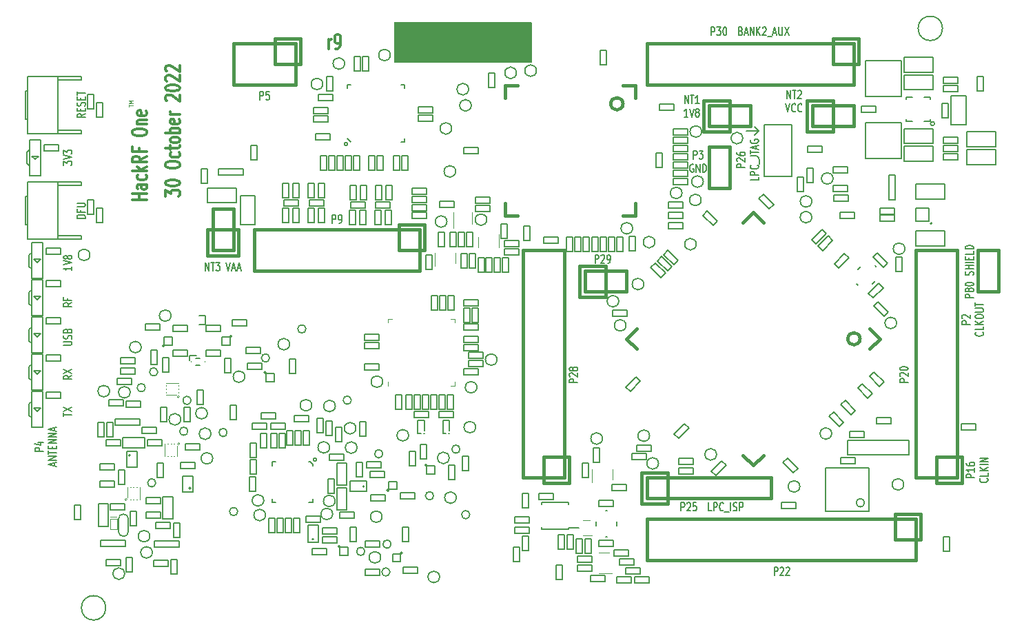
<source format=gto>
G04 #@! TF.GenerationSoftware,KiCad,Pcbnew,6.0.10-86aedd382b~118~ubuntu22.04.1*
G04 #@! TF.CreationDate,2023-01-31T23:37:38-05:00*
G04 #@! TF.ProjectId,hackrf-one,6861636b-7266-42d6-9f6e-652e6b696361,r9*
G04 #@! TF.SameCoordinates,Original*
G04 #@! TF.FileFunction,Legend,Top*
G04 #@! TF.FilePolarity,Positive*
%FSLAX46Y46*%
G04 Gerber Fmt 4.6, Leading zero omitted, Abs format (unit mm)*
G04 Created by KiCad (PCBNEW 6.0.10-86aedd382b~118~ubuntu22.04.1) date 2023-01-31 23:37:38*
%MOMM*%
%LPD*%
G01*
G04 APERTURE LIST*
%ADD10C,0.203200*%
%ADD11C,0.304800*%
%ADD12C,0.190500*%
%ADD13C,0.101600*%
%ADD14C,0.200000*%
%ADD15C,0.381000*%
%ADD16C,0.127000*%
%ADD17C,0.177800*%
%ADD18C,0.120000*%
%ADD19C,0.150000*%
G04 APERTURE END LIST*
D10*
X149936200Y-114579400D02*
X149428200Y-115087400D01*
X99400000Y-116200000D02*
G75*
G03*
X99400000Y-116200000I-200000J0D01*
G01*
X149936200Y-114579400D02*
X149428200Y-114071400D01*
X149936200Y-114579400D02*
X148412200Y-114579400D01*
X95600000Y-155000000D02*
G75*
G03*
X95600000Y-155000000I-200000J0D01*
G01*
D11*
X97104523Y-104504333D02*
X97104523Y-103319000D01*
X97104523Y-103657666D02*
X97165000Y-103488333D01*
X97225476Y-103403666D01*
X97346428Y-103319000D01*
X97467380Y-103319000D01*
X97951190Y-104504333D02*
X98193095Y-104504333D01*
X98314047Y-104419666D01*
X98374523Y-104335000D01*
X98495476Y-104081000D01*
X98555952Y-103742333D01*
X98555952Y-103065000D01*
X98495476Y-102895666D01*
X98435000Y-102811000D01*
X98314047Y-102726333D01*
X98072142Y-102726333D01*
X97951190Y-102811000D01*
X97890714Y-102895666D01*
X97830238Y-103065000D01*
X97830238Y-103488333D01*
X97890714Y-103657666D01*
X97951190Y-103742333D01*
X98072142Y-103827000D01*
X98314047Y-103827000D01*
X98435000Y-103742333D01*
X98495476Y-103657666D01*
X98555952Y-103488333D01*
D12*
X65539619Y-131275714D02*
X65539619Y-131711142D01*
X65539619Y-131493428D02*
X64523619Y-131493428D01*
X64668761Y-131566000D01*
X64765523Y-131638571D01*
X64813904Y-131711142D01*
X64523619Y-131058000D02*
X65539619Y-130804000D01*
X64523619Y-130550000D01*
X64959047Y-130187142D02*
X64910666Y-130259714D01*
X64862285Y-130296000D01*
X64765523Y-130332285D01*
X64717142Y-130332285D01*
X64620380Y-130296000D01*
X64572000Y-130259714D01*
X64523619Y-130187142D01*
X64523619Y-130042000D01*
X64572000Y-129969428D01*
X64620380Y-129933142D01*
X64717142Y-129896857D01*
X64765523Y-129896857D01*
X64862285Y-129933142D01*
X64910666Y-129969428D01*
X64959047Y-130042000D01*
X64959047Y-130187142D01*
X65007428Y-130259714D01*
X65055809Y-130296000D01*
X65152571Y-130332285D01*
X65346095Y-130332285D01*
X65442857Y-130296000D01*
X65491238Y-130259714D01*
X65539619Y-130187142D01*
X65539619Y-130042000D01*
X65491238Y-129969428D01*
X65442857Y-129933142D01*
X65346095Y-129896857D01*
X65152571Y-129896857D01*
X65055809Y-129933142D01*
X65007428Y-129969428D01*
X64959047Y-130042000D01*
X144088514Y-102866419D02*
X144088514Y-101850419D01*
X144378800Y-101850419D01*
X144451371Y-101898800D01*
X144487657Y-101947180D01*
X144523942Y-102043942D01*
X144523942Y-102189085D01*
X144487657Y-102285847D01*
X144451371Y-102334228D01*
X144378800Y-102382609D01*
X144088514Y-102382609D01*
X144777942Y-101850419D02*
X145249657Y-101850419D01*
X144995657Y-102237466D01*
X145104514Y-102237466D01*
X145177085Y-102285847D01*
X145213371Y-102334228D01*
X145249657Y-102430990D01*
X145249657Y-102672895D01*
X145213371Y-102769657D01*
X145177085Y-102818038D01*
X145104514Y-102866419D01*
X144886800Y-102866419D01*
X144814228Y-102818038D01*
X144777942Y-102769657D01*
X145721371Y-101850419D02*
X145793942Y-101850419D01*
X145866514Y-101898800D01*
X145902800Y-101947180D01*
X145939085Y-102043942D01*
X145975371Y-102237466D01*
X145975371Y-102479371D01*
X145939085Y-102672895D01*
X145902800Y-102769657D01*
X145866514Y-102818038D01*
X145793942Y-102866419D01*
X145721371Y-102866419D01*
X145648800Y-102818038D01*
X145612514Y-102769657D01*
X145576228Y-102672895D01*
X145539942Y-102479371D01*
X145539942Y-102237466D01*
X145576228Y-102043942D01*
X145612514Y-101947180D01*
X145648800Y-101898800D01*
X145721371Y-101850419D01*
X147717085Y-102334228D02*
X147825942Y-102382609D01*
X147862228Y-102430990D01*
X147898514Y-102527752D01*
X147898514Y-102672895D01*
X147862228Y-102769657D01*
X147825942Y-102818038D01*
X147753371Y-102866419D01*
X147463085Y-102866419D01*
X147463085Y-101850419D01*
X147717085Y-101850419D01*
X147789657Y-101898800D01*
X147825942Y-101947180D01*
X147862228Y-102043942D01*
X147862228Y-102140704D01*
X147825942Y-102237466D01*
X147789657Y-102285847D01*
X147717085Y-102334228D01*
X147463085Y-102334228D01*
X148188800Y-102576133D02*
X148551657Y-102576133D01*
X148116228Y-102866419D02*
X148370228Y-101850419D01*
X148624228Y-102866419D01*
X148878228Y-102866419D02*
X148878228Y-101850419D01*
X149313657Y-102866419D01*
X149313657Y-101850419D01*
X149676514Y-102866419D02*
X149676514Y-101850419D01*
X150111942Y-102866419D02*
X149785371Y-102285847D01*
X150111942Y-101850419D02*
X149676514Y-102430990D01*
X150402228Y-101947180D02*
X150438514Y-101898800D01*
X150511085Y-101850419D01*
X150692514Y-101850419D01*
X150765085Y-101898800D01*
X150801371Y-101947180D01*
X150837657Y-102043942D01*
X150837657Y-102140704D01*
X150801371Y-102285847D01*
X150365942Y-102866419D01*
X150837657Y-102866419D01*
X150982800Y-102963180D02*
X151563371Y-102963180D01*
X151708514Y-102576133D02*
X152071371Y-102576133D01*
X151635942Y-102866419D02*
X151889942Y-101850419D01*
X152143942Y-102866419D01*
X152397942Y-101850419D02*
X152397942Y-102672895D01*
X152434228Y-102769657D01*
X152470514Y-102818038D01*
X152543085Y-102866419D01*
X152688228Y-102866419D01*
X152760800Y-102818038D01*
X152797085Y-102769657D01*
X152833371Y-102672895D01*
X152833371Y-101850419D01*
X153123657Y-101850419D02*
X153631657Y-102866419D01*
X153631657Y-101850419D02*
X153123657Y-102866419D01*
D11*
X77004333Y-122627571D02*
X77004333Y-121841380D01*
X77681666Y-122264714D01*
X77681666Y-122083285D01*
X77766333Y-121962333D01*
X77851000Y-121901857D01*
X78020333Y-121841380D01*
X78443666Y-121841380D01*
X78613000Y-121901857D01*
X78697666Y-121962333D01*
X78782333Y-122083285D01*
X78782333Y-122446142D01*
X78697666Y-122567095D01*
X78613000Y-122627571D01*
X77004333Y-121055190D02*
X77004333Y-120934238D01*
X77089000Y-120813285D01*
X77173666Y-120752809D01*
X77343000Y-120692333D01*
X77681666Y-120631857D01*
X78105000Y-120631857D01*
X78443666Y-120692333D01*
X78613000Y-120752809D01*
X78697666Y-120813285D01*
X78782333Y-120934238D01*
X78782333Y-121055190D01*
X78697666Y-121176142D01*
X78613000Y-121236619D01*
X78443666Y-121297095D01*
X78105000Y-121357571D01*
X77681666Y-121357571D01*
X77343000Y-121297095D01*
X77173666Y-121236619D01*
X77089000Y-121176142D01*
X77004333Y-121055190D01*
X77004333Y-118878047D02*
X77004333Y-118636142D01*
X77089000Y-118515190D01*
X77258333Y-118394238D01*
X77597000Y-118333761D01*
X78189666Y-118333761D01*
X78528333Y-118394238D01*
X78697666Y-118515190D01*
X78782333Y-118636142D01*
X78782333Y-118878047D01*
X78697666Y-118999000D01*
X78528333Y-119119952D01*
X78189666Y-119180428D01*
X77597000Y-119180428D01*
X77258333Y-119119952D01*
X77089000Y-118999000D01*
X77004333Y-118878047D01*
X78697666Y-117245190D02*
X78782333Y-117366142D01*
X78782333Y-117608047D01*
X78697666Y-117729000D01*
X78613000Y-117789476D01*
X78443666Y-117849952D01*
X77935666Y-117849952D01*
X77766333Y-117789476D01*
X77681666Y-117729000D01*
X77597000Y-117608047D01*
X77597000Y-117366142D01*
X77681666Y-117245190D01*
X77597000Y-116882333D02*
X77597000Y-116398523D01*
X77004333Y-116700904D02*
X78528333Y-116700904D01*
X78697666Y-116640428D01*
X78782333Y-116519476D01*
X78782333Y-116398523D01*
X78782333Y-115793761D02*
X78697666Y-115914714D01*
X78613000Y-115975190D01*
X78443666Y-116035666D01*
X77935666Y-116035666D01*
X77766333Y-115975190D01*
X77681666Y-115914714D01*
X77597000Y-115793761D01*
X77597000Y-115612333D01*
X77681666Y-115491380D01*
X77766333Y-115430904D01*
X77935666Y-115370428D01*
X78443666Y-115370428D01*
X78613000Y-115430904D01*
X78697666Y-115491380D01*
X78782333Y-115612333D01*
X78782333Y-115793761D01*
X78782333Y-114826142D02*
X77004333Y-114826142D01*
X77681666Y-114826142D02*
X77597000Y-114705190D01*
X77597000Y-114463285D01*
X77681666Y-114342333D01*
X77766333Y-114281857D01*
X77935666Y-114221380D01*
X78443666Y-114221380D01*
X78613000Y-114281857D01*
X78697666Y-114342333D01*
X78782333Y-114463285D01*
X78782333Y-114705190D01*
X78697666Y-114826142D01*
X78697666Y-113193285D02*
X78782333Y-113314238D01*
X78782333Y-113556142D01*
X78697666Y-113677095D01*
X78528333Y-113737571D01*
X77851000Y-113737571D01*
X77681666Y-113677095D01*
X77597000Y-113556142D01*
X77597000Y-113314238D01*
X77681666Y-113193285D01*
X77851000Y-113132809D01*
X78020333Y-113132809D01*
X78189666Y-113737571D01*
X78782333Y-112588523D02*
X77597000Y-112588523D01*
X77935666Y-112588523D02*
X77766333Y-112528047D01*
X77681666Y-112467571D01*
X77597000Y-112346619D01*
X77597000Y-112225666D01*
X77173666Y-110895190D02*
X77089000Y-110834714D01*
X77004333Y-110713761D01*
X77004333Y-110411380D01*
X77089000Y-110290428D01*
X77173666Y-110229952D01*
X77343000Y-110169476D01*
X77512333Y-110169476D01*
X77766333Y-110229952D01*
X78782333Y-110955666D01*
X78782333Y-110169476D01*
X77004333Y-109383285D02*
X77004333Y-109262333D01*
X77089000Y-109141380D01*
X77173666Y-109080904D01*
X77343000Y-109020428D01*
X77681666Y-108959952D01*
X78105000Y-108959952D01*
X78443666Y-109020428D01*
X78613000Y-109080904D01*
X78697666Y-109141380D01*
X78782333Y-109262333D01*
X78782333Y-109383285D01*
X78697666Y-109504238D01*
X78613000Y-109564714D01*
X78443666Y-109625190D01*
X78105000Y-109685666D01*
X77681666Y-109685666D01*
X77343000Y-109625190D01*
X77173666Y-109564714D01*
X77089000Y-109504238D01*
X77004333Y-109383285D01*
X77173666Y-108476142D02*
X77089000Y-108415666D01*
X77004333Y-108294714D01*
X77004333Y-107992333D01*
X77089000Y-107871380D01*
X77173666Y-107810904D01*
X77343000Y-107750428D01*
X77512333Y-107750428D01*
X77766333Y-107810904D01*
X78782333Y-108536619D01*
X78782333Y-107750428D01*
X77173666Y-107266619D02*
X77089000Y-107206142D01*
X77004333Y-107085190D01*
X77004333Y-106782809D01*
X77089000Y-106661857D01*
X77173666Y-106601380D01*
X77343000Y-106540904D01*
X77512333Y-106540904D01*
X77766333Y-106601380D01*
X78782333Y-107327095D01*
X78782333Y-106540904D01*
D12*
X65539619Y-135720714D02*
X65055809Y-135974714D01*
X65539619Y-136156142D02*
X64523619Y-136156142D01*
X64523619Y-135865857D01*
X64572000Y-135793285D01*
X64620380Y-135757000D01*
X64717142Y-135720714D01*
X64862285Y-135720714D01*
X64959047Y-135757000D01*
X65007428Y-135793285D01*
X65055809Y-135865857D01*
X65055809Y-136156142D01*
X65007428Y-135140142D02*
X65007428Y-135394142D01*
X65539619Y-135394142D02*
X64523619Y-135394142D01*
X64523619Y-135031285D01*
X140829142Y-111241739D02*
X140829142Y-110225739D01*
X141264571Y-111241739D01*
X141264571Y-110225739D01*
X141518571Y-110225739D02*
X141954000Y-110225739D01*
X141736285Y-111241739D02*
X141736285Y-110225739D01*
X142607142Y-111241739D02*
X142171714Y-111241739D01*
X142389428Y-111241739D02*
X142389428Y-110225739D01*
X142316857Y-110370881D01*
X142244285Y-110467643D01*
X142171714Y-110516024D01*
X141228285Y-112877499D02*
X140792857Y-112877499D01*
X141010571Y-112877499D02*
X141010571Y-111861499D01*
X140938000Y-112006641D01*
X140865428Y-112103403D01*
X140792857Y-112151784D01*
X141446000Y-111861499D02*
X141700000Y-112877499D01*
X141954000Y-111861499D01*
X142316857Y-112296927D02*
X142244285Y-112248546D01*
X142208000Y-112200165D01*
X142171714Y-112103403D01*
X142171714Y-112055022D01*
X142208000Y-111958260D01*
X142244285Y-111909880D01*
X142316857Y-111861499D01*
X142462000Y-111861499D01*
X142534571Y-111909880D01*
X142570857Y-111958260D01*
X142607142Y-112055022D01*
X142607142Y-112103403D01*
X142570857Y-112200165D01*
X142534571Y-112248546D01*
X142462000Y-112296927D01*
X142316857Y-112296927D01*
X142244285Y-112345308D01*
X142208000Y-112393689D01*
X142171714Y-112490451D01*
X142171714Y-112683975D01*
X142208000Y-112780737D01*
X142244285Y-112829118D01*
X142316857Y-112877499D01*
X142462000Y-112877499D01*
X142534571Y-112829118D01*
X142570857Y-112780737D01*
X142607142Y-112683975D01*
X142607142Y-112490451D01*
X142570857Y-112393689D01*
X142534571Y-112345308D01*
X142462000Y-112296927D01*
X97537571Y-125929619D02*
X97537571Y-124913619D01*
X97827857Y-124913619D01*
X97900428Y-124962000D01*
X97936714Y-125010380D01*
X97973000Y-125107142D01*
X97973000Y-125252285D01*
X97936714Y-125349047D01*
X97900428Y-125397428D01*
X97827857Y-125445809D01*
X97537571Y-125445809D01*
X98335857Y-125929619D02*
X98481000Y-125929619D01*
X98553571Y-125881238D01*
X98589857Y-125832857D01*
X98662428Y-125687714D01*
X98698714Y-125494190D01*
X98698714Y-125107142D01*
X98662428Y-125010380D01*
X98626142Y-124962000D01*
X98553571Y-124913619D01*
X98408428Y-124913619D01*
X98335857Y-124962000D01*
X98299571Y-125010380D01*
X98263285Y-125107142D01*
X98263285Y-125349047D01*
X98299571Y-125445809D01*
X98335857Y-125494190D01*
X98408428Y-125542571D01*
X98553571Y-125542571D01*
X98626142Y-125494190D01*
X98662428Y-125445809D01*
X98698714Y-125349047D01*
X81933142Y-131777619D02*
X81933142Y-130761619D01*
X82368571Y-131777619D01*
X82368571Y-130761619D01*
X82622571Y-130761619D02*
X83058000Y-130761619D01*
X82840285Y-131777619D02*
X82840285Y-130761619D01*
X83239428Y-130761619D02*
X83711142Y-130761619D01*
X83457142Y-131148666D01*
X83566000Y-131148666D01*
X83638571Y-131197047D01*
X83674857Y-131245428D01*
X83711142Y-131342190D01*
X83711142Y-131584095D01*
X83674857Y-131680857D01*
X83638571Y-131729238D01*
X83566000Y-131777619D01*
X83348285Y-131777619D01*
X83275714Y-131729238D01*
X83239428Y-131680857D01*
X84509428Y-130761619D02*
X84763428Y-131777619D01*
X85017428Y-130761619D01*
X85235142Y-131487333D02*
X85598000Y-131487333D01*
X85162571Y-131777619D02*
X85416571Y-130761619D01*
X85670571Y-131777619D01*
X85888285Y-131487333D02*
X86251142Y-131487333D01*
X85815714Y-131777619D02*
X86069714Y-130761619D01*
X86323714Y-131777619D01*
X127668019Y-145521485D02*
X126652019Y-145521485D01*
X126652019Y-145231200D01*
X126700400Y-145158628D01*
X126748780Y-145122342D01*
X126845542Y-145086057D01*
X126990685Y-145086057D01*
X127087447Y-145122342D01*
X127135828Y-145158628D01*
X127184209Y-145231200D01*
X127184209Y-145521485D01*
X126748780Y-144795771D02*
X126700400Y-144759485D01*
X126652019Y-144686914D01*
X126652019Y-144505485D01*
X126700400Y-144432914D01*
X126748780Y-144396628D01*
X126845542Y-144360342D01*
X126942304Y-144360342D01*
X127087447Y-144396628D01*
X127668019Y-144832057D01*
X127668019Y-144360342D01*
X127087447Y-143924914D02*
X127039066Y-143997485D01*
X126990685Y-144033771D01*
X126893923Y-144070057D01*
X126845542Y-144070057D01*
X126748780Y-144033771D01*
X126700400Y-143997485D01*
X126652019Y-143924914D01*
X126652019Y-143779771D01*
X126700400Y-143707200D01*
X126748780Y-143670914D01*
X126845542Y-143634628D01*
X126893923Y-143634628D01*
X126990685Y-143670914D01*
X127039066Y-143707200D01*
X127087447Y-143779771D01*
X127087447Y-143924914D01*
X127135828Y-143997485D01*
X127184209Y-144033771D01*
X127280971Y-144070057D01*
X127474495Y-144070057D01*
X127571257Y-144033771D01*
X127619638Y-143997485D01*
X127668019Y-143924914D01*
X127668019Y-143779771D01*
X127619638Y-143707200D01*
X127571257Y-143670914D01*
X127474495Y-143634628D01*
X127280971Y-143634628D01*
X127184209Y-143670914D01*
X127135828Y-143707200D01*
X127087447Y-143779771D01*
D13*
X72521809Y-111635428D02*
X72521809Y-111345142D01*
X73029809Y-111490285D02*
X72521809Y-111490285D01*
X73029809Y-111175809D02*
X72521809Y-111175809D01*
X72884666Y-111006476D01*
X72521809Y-110837142D01*
X73029809Y-110837142D01*
D12*
X67159619Y-125325285D02*
X66143619Y-125325285D01*
X66143619Y-125143857D01*
X66192000Y-125035000D01*
X66288761Y-124962428D01*
X66385523Y-124926142D01*
X66579047Y-124889857D01*
X66724190Y-124889857D01*
X66917714Y-124926142D01*
X67014476Y-124962428D01*
X67111238Y-125035000D01*
X67159619Y-125143857D01*
X67159619Y-125325285D01*
X66627428Y-124309285D02*
X66627428Y-124563285D01*
X67159619Y-124563285D02*
X66143619Y-124563285D01*
X66143619Y-124200428D01*
X66143619Y-123910142D02*
X66966095Y-123910142D01*
X67062857Y-123873857D01*
X67111238Y-123837571D01*
X67159619Y-123765000D01*
X67159619Y-123619857D01*
X67111238Y-123547285D01*
X67062857Y-123511000D01*
X66966095Y-123474714D01*
X66143619Y-123474714D01*
X67159619Y-112506714D02*
X66675809Y-112760714D01*
X67159619Y-112942142D02*
X66143619Y-112942142D01*
X66143619Y-112651857D01*
X66192000Y-112579285D01*
X66240380Y-112543000D01*
X66337142Y-112506714D01*
X66482285Y-112506714D01*
X66579047Y-112543000D01*
X66627428Y-112579285D01*
X66675809Y-112651857D01*
X66675809Y-112942142D01*
X66627428Y-112180142D02*
X66627428Y-111926142D01*
X67159619Y-111817285D02*
X67159619Y-112180142D01*
X66143619Y-112180142D01*
X66143619Y-111817285D01*
X67111238Y-111527000D02*
X67159619Y-111418142D01*
X67159619Y-111236714D01*
X67111238Y-111164142D01*
X67062857Y-111127857D01*
X66966095Y-111091571D01*
X66869333Y-111091571D01*
X66772571Y-111127857D01*
X66724190Y-111164142D01*
X66675809Y-111236714D01*
X66627428Y-111381857D01*
X66579047Y-111454428D01*
X66530666Y-111490714D01*
X66433904Y-111527000D01*
X66337142Y-111527000D01*
X66240380Y-111490714D01*
X66192000Y-111454428D01*
X66143619Y-111381857D01*
X66143619Y-111200428D01*
X66192000Y-111091571D01*
X66627428Y-110765000D02*
X66627428Y-110511000D01*
X67159619Y-110402142D02*
X67159619Y-110765000D01*
X66143619Y-110765000D01*
X66143619Y-110402142D01*
X66143619Y-110184428D02*
X66143619Y-109749000D01*
X67159619Y-109966714D02*
X66143619Y-109966714D01*
X176441739Y-157205485D02*
X175425739Y-157205485D01*
X175425739Y-156915200D01*
X175474120Y-156842628D01*
X175522500Y-156806342D01*
X175619262Y-156770057D01*
X175764405Y-156770057D01*
X175861167Y-156806342D01*
X175909548Y-156842628D01*
X175957929Y-156915200D01*
X175957929Y-157205485D01*
X176441739Y-156044342D02*
X176441739Y-156479771D01*
X176441739Y-156262057D02*
X175425739Y-156262057D01*
X175570881Y-156334628D01*
X175667643Y-156407200D01*
X175716024Y-156479771D01*
X175425739Y-155391200D02*
X175425739Y-155536342D01*
X175474120Y-155608914D01*
X175522500Y-155645200D01*
X175667643Y-155717771D01*
X175861167Y-155754057D01*
X176248215Y-155754057D01*
X176344977Y-155717771D01*
X176393358Y-155681485D01*
X176441739Y-155608914D01*
X176441739Y-155463771D01*
X176393358Y-155391200D01*
X176344977Y-155354914D01*
X176248215Y-155318628D01*
X176006310Y-155318628D01*
X175909548Y-155354914D01*
X175861167Y-155391200D01*
X175812786Y-155463771D01*
X175812786Y-155608914D01*
X175861167Y-155681485D01*
X175909548Y-155717771D01*
X176006310Y-155754057D01*
X177980737Y-157314342D02*
X178029118Y-157350628D01*
X178077499Y-157459485D01*
X178077499Y-157532057D01*
X178029118Y-157640914D01*
X177932356Y-157713485D01*
X177835594Y-157749771D01*
X177642070Y-157786057D01*
X177496927Y-157786057D01*
X177303403Y-157749771D01*
X177206641Y-157713485D01*
X177109880Y-157640914D01*
X177061499Y-157532057D01*
X177061499Y-157459485D01*
X177109880Y-157350628D01*
X177158260Y-157314342D01*
X178077499Y-156624914D02*
X178077499Y-156987771D01*
X177061499Y-156987771D01*
X178077499Y-156370914D02*
X177061499Y-156370914D01*
X178077499Y-155935485D02*
X177496927Y-156262057D01*
X177061499Y-155935485D02*
X177642070Y-156370914D01*
X178077499Y-155608914D02*
X177061499Y-155608914D01*
X178077499Y-155246057D02*
X177061499Y-155246057D01*
X178077499Y-154810628D01*
X177061499Y-154810628D01*
X64523619Y-149672571D02*
X64523619Y-149237142D01*
X65539619Y-149454857D02*
X64523619Y-149454857D01*
X64523619Y-149055714D02*
X65539619Y-148547714D01*
X64523619Y-148547714D02*
X65539619Y-149055714D01*
X140383742Y-161286419D02*
X140383742Y-160270419D01*
X140674028Y-160270419D01*
X140746600Y-160318800D01*
X140782885Y-160367180D01*
X140819171Y-160463942D01*
X140819171Y-160609085D01*
X140782885Y-160705847D01*
X140746600Y-160754228D01*
X140674028Y-160802609D01*
X140383742Y-160802609D01*
X141109457Y-160367180D02*
X141145742Y-160318800D01*
X141218314Y-160270419D01*
X141399742Y-160270419D01*
X141472314Y-160318800D01*
X141508600Y-160367180D01*
X141544885Y-160463942D01*
X141544885Y-160560704D01*
X141508600Y-160705847D01*
X141073171Y-161286419D01*
X141544885Y-161286419D01*
X142234314Y-160270419D02*
X141871457Y-160270419D01*
X141835171Y-160754228D01*
X141871457Y-160705847D01*
X141944028Y-160657466D01*
X142125457Y-160657466D01*
X142198028Y-160705847D01*
X142234314Y-160754228D01*
X142270600Y-160850990D01*
X142270600Y-161092895D01*
X142234314Y-161189657D01*
X142198028Y-161238038D01*
X142125457Y-161286419D01*
X141944028Y-161286419D01*
X141871457Y-161238038D01*
X141835171Y-161189657D01*
X144121171Y-161286419D02*
X143758314Y-161286419D01*
X143758314Y-160270419D01*
X144375171Y-161286419D02*
X144375171Y-160270419D01*
X144665457Y-160270419D01*
X144738028Y-160318800D01*
X144774314Y-160367180D01*
X144810600Y-160463942D01*
X144810600Y-160609085D01*
X144774314Y-160705847D01*
X144738028Y-160754228D01*
X144665457Y-160802609D01*
X144375171Y-160802609D01*
X145572600Y-161189657D02*
X145536314Y-161238038D01*
X145427457Y-161286419D01*
X145354885Y-161286419D01*
X145246028Y-161238038D01*
X145173457Y-161141276D01*
X145137171Y-161044514D01*
X145100885Y-160850990D01*
X145100885Y-160705847D01*
X145137171Y-160512323D01*
X145173457Y-160415561D01*
X145246028Y-160318800D01*
X145354885Y-160270419D01*
X145427457Y-160270419D01*
X145536314Y-160318800D01*
X145572600Y-160367180D01*
X145717742Y-161383180D02*
X146298314Y-161383180D01*
X146479742Y-161286419D02*
X146479742Y-160270419D01*
X146806314Y-161238038D02*
X146915171Y-161286419D01*
X147096600Y-161286419D01*
X147169171Y-161238038D01*
X147205457Y-161189657D01*
X147241742Y-161092895D01*
X147241742Y-160996133D01*
X147205457Y-160899371D01*
X147169171Y-160850990D01*
X147096600Y-160802609D01*
X146951457Y-160754228D01*
X146878885Y-160705847D01*
X146842600Y-160657466D01*
X146806314Y-160560704D01*
X146806314Y-160463942D01*
X146842600Y-160367180D01*
X146878885Y-160318800D01*
X146951457Y-160270419D01*
X147132885Y-160270419D01*
X147241742Y-160318800D01*
X147568314Y-161286419D02*
X147568314Y-160270419D01*
X147858600Y-160270419D01*
X147931171Y-160318800D01*
X147967457Y-160367180D01*
X148003742Y-160463942D01*
X148003742Y-160609085D01*
X147967457Y-160705847D01*
X147931171Y-160754228D01*
X147858600Y-160802609D01*
X147568314Y-160802609D01*
D11*
X74774333Y-123038857D02*
X72996333Y-123038857D01*
X73843000Y-123038857D02*
X73843000Y-122313142D01*
X74774333Y-122313142D02*
X72996333Y-122313142D01*
X74774333Y-121164095D02*
X73843000Y-121164095D01*
X73673666Y-121224571D01*
X73589000Y-121345523D01*
X73589000Y-121587428D01*
X73673666Y-121708380D01*
X74689666Y-121164095D02*
X74774333Y-121285047D01*
X74774333Y-121587428D01*
X74689666Y-121708380D01*
X74520333Y-121768857D01*
X74351000Y-121768857D01*
X74181666Y-121708380D01*
X74097000Y-121587428D01*
X74097000Y-121285047D01*
X74012333Y-121164095D01*
X74689666Y-120015047D02*
X74774333Y-120136000D01*
X74774333Y-120377904D01*
X74689666Y-120498857D01*
X74605000Y-120559333D01*
X74435666Y-120619809D01*
X73927666Y-120619809D01*
X73758333Y-120559333D01*
X73673666Y-120498857D01*
X73589000Y-120377904D01*
X73589000Y-120136000D01*
X73673666Y-120015047D01*
X74774333Y-119470761D02*
X72996333Y-119470761D01*
X74097000Y-119349809D02*
X74774333Y-118986952D01*
X73589000Y-118986952D02*
X74266333Y-119470761D01*
X74774333Y-117716952D02*
X73927666Y-118140285D01*
X74774333Y-118442666D02*
X72996333Y-118442666D01*
X72996333Y-117958857D01*
X73081000Y-117837904D01*
X73165666Y-117777428D01*
X73335000Y-117716952D01*
X73589000Y-117716952D01*
X73758333Y-117777428D01*
X73843000Y-117837904D01*
X73927666Y-117958857D01*
X73927666Y-118442666D01*
X73843000Y-116749333D02*
X73843000Y-117172666D01*
X74774333Y-117172666D02*
X72996333Y-117172666D01*
X72996333Y-116567904D01*
X72996333Y-114874571D02*
X72996333Y-114632666D01*
X73081000Y-114511714D01*
X73250333Y-114390761D01*
X73589000Y-114330285D01*
X74181666Y-114330285D01*
X74520333Y-114390761D01*
X74689666Y-114511714D01*
X74774333Y-114632666D01*
X74774333Y-114874571D01*
X74689666Y-114995523D01*
X74520333Y-115116476D01*
X74181666Y-115176952D01*
X73589000Y-115176952D01*
X73250333Y-115116476D01*
X73081000Y-114995523D01*
X72996333Y-114874571D01*
X73589000Y-113786000D02*
X74774333Y-113786000D01*
X73758333Y-113786000D02*
X73673666Y-113725523D01*
X73589000Y-113604571D01*
X73589000Y-113423142D01*
X73673666Y-113302190D01*
X73843000Y-113241714D01*
X74774333Y-113241714D01*
X74689666Y-112153142D02*
X74774333Y-112274095D01*
X74774333Y-112516000D01*
X74689666Y-112636952D01*
X74520333Y-112697428D01*
X73843000Y-112697428D01*
X73673666Y-112636952D01*
X73589000Y-112516000D01*
X73589000Y-112274095D01*
X73673666Y-112153142D01*
X73843000Y-112092666D01*
X74012333Y-112092666D01*
X74181666Y-112697428D01*
D12*
X62003939Y-153947028D02*
X60987939Y-153947028D01*
X60987939Y-153656742D01*
X61036320Y-153584171D01*
X61084700Y-153547885D01*
X61181462Y-153511600D01*
X61326605Y-153511600D01*
X61423367Y-153547885D01*
X61471748Y-153584171D01*
X61520129Y-153656742D01*
X61520129Y-153947028D01*
X61326605Y-152858457D02*
X62003939Y-152858457D01*
X60939558Y-153039885D02*
X61665272Y-153221314D01*
X61665272Y-152749600D01*
X63349413Y-155725028D02*
X63349413Y-155362171D01*
X63639699Y-155797600D02*
X62623699Y-155543600D01*
X63639699Y-155289600D01*
X63639699Y-155035600D02*
X62623699Y-155035600D01*
X63639699Y-154600171D01*
X62623699Y-154600171D01*
X62623699Y-154346171D02*
X62623699Y-153910742D01*
X63639699Y-154128457D02*
X62623699Y-154128457D01*
X63107508Y-153656742D02*
X63107508Y-153402742D01*
X63639699Y-153293885D02*
X63639699Y-153656742D01*
X62623699Y-153656742D01*
X62623699Y-153293885D01*
X63639699Y-152967314D02*
X62623699Y-152967314D01*
X63639699Y-152531885D01*
X62623699Y-152531885D01*
X63639699Y-152169028D02*
X62623699Y-152169028D01*
X63639699Y-151733600D01*
X62623699Y-151733600D01*
X63349413Y-151407028D02*
X63349413Y-151044171D01*
X63639699Y-151479600D02*
X62623699Y-151225600D01*
X63639699Y-150971600D01*
X151835514Y-169211219D02*
X151835514Y-168195219D01*
X152125800Y-168195219D01*
X152198371Y-168243600D01*
X152234657Y-168291980D01*
X152270942Y-168388742D01*
X152270942Y-168533885D01*
X152234657Y-168630647D01*
X152198371Y-168679028D01*
X152125800Y-168727409D01*
X151835514Y-168727409D01*
X152561228Y-168291980D02*
X152597514Y-168243600D01*
X152670085Y-168195219D01*
X152851514Y-168195219D01*
X152924085Y-168243600D01*
X152960371Y-168291980D01*
X152996657Y-168388742D01*
X152996657Y-168485504D01*
X152960371Y-168630647D01*
X152524942Y-169211219D01*
X152996657Y-169211219D01*
X153286942Y-168291980D02*
X153323228Y-168243600D01*
X153395800Y-168195219D01*
X153577228Y-168195219D01*
X153649800Y-168243600D01*
X153686085Y-168291980D01*
X153722371Y-168388742D01*
X153722371Y-168485504D01*
X153686085Y-168630647D01*
X153250657Y-169211219D01*
X153722371Y-169211219D01*
X65539619Y-144647000D02*
X65055809Y-144901000D01*
X65539619Y-145082428D02*
X64523619Y-145082428D01*
X64523619Y-144792142D01*
X64572000Y-144719571D01*
X64620380Y-144683285D01*
X64717142Y-144647000D01*
X64862285Y-144647000D01*
X64959047Y-144683285D01*
X65007428Y-144719571D01*
X65055809Y-144792142D01*
X65055809Y-145082428D01*
X64523619Y-144393000D02*
X65539619Y-143885000D01*
X64523619Y-143885000D02*
X65539619Y-144393000D01*
X153388542Y-110633739D02*
X153388542Y-109617739D01*
X153823971Y-110633739D01*
X153823971Y-109617739D01*
X154077971Y-109617739D02*
X154513400Y-109617739D01*
X154295685Y-110633739D02*
X154295685Y-109617739D01*
X154731114Y-109714500D02*
X154767400Y-109666120D01*
X154839971Y-109617739D01*
X155021400Y-109617739D01*
X155093971Y-109666120D01*
X155130257Y-109714500D01*
X155166542Y-109811262D01*
X155166542Y-109908024D01*
X155130257Y-110053167D01*
X154694828Y-110633739D01*
X155166542Y-110633739D01*
X153243400Y-111253499D02*
X153497400Y-112269499D01*
X153751400Y-111253499D01*
X154440828Y-112172737D02*
X154404542Y-112221118D01*
X154295685Y-112269499D01*
X154223114Y-112269499D01*
X154114257Y-112221118D01*
X154041685Y-112124356D01*
X154005400Y-112027594D01*
X153969114Y-111834070D01*
X153969114Y-111688927D01*
X154005400Y-111495403D01*
X154041685Y-111398641D01*
X154114257Y-111301880D01*
X154223114Y-111253499D01*
X154295685Y-111253499D01*
X154404542Y-111301880D01*
X154440828Y-111350260D01*
X155202828Y-112172737D02*
X155166542Y-112221118D01*
X155057685Y-112269499D01*
X154985114Y-112269499D01*
X154876257Y-112221118D01*
X154803685Y-112124356D01*
X154767400Y-112027594D01*
X154731114Y-111834070D01*
X154731114Y-111688927D01*
X154767400Y-111495403D01*
X154803685Y-111398641D01*
X154876257Y-111301880D01*
X154985114Y-111253499D01*
X155057685Y-111253499D01*
X155166542Y-111301880D01*
X155202828Y-111350260D01*
X175897539Y-138351428D02*
X174881539Y-138351428D01*
X174881539Y-138061142D01*
X174929920Y-137988571D01*
X174978300Y-137952285D01*
X175075062Y-137916000D01*
X175220205Y-137916000D01*
X175316967Y-137952285D01*
X175365348Y-137988571D01*
X175413729Y-138061142D01*
X175413729Y-138351428D01*
X174978300Y-137625714D02*
X174929920Y-137589428D01*
X174881539Y-137516857D01*
X174881539Y-137335428D01*
X174929920Y-137262857D01*
X174978300Y-137226571D01*
X175075062Y-137190285D01*
X175171824Y-137190285D01*
X175316967Y-137226571D01*
X175897539Y-137662000D01*
X175897539Y-137190285D01*
X177436537Y-139331142D02*
X177484918Y-139367428D01*
X177533299Y-139476285D01*
X177533299Y-139548857D01*
X177484918Y-139657714D01*
X177388156Y-139730285D01*
X177291394Y-139766571D01*
X177097870Y-139802857D01*
X176952727Y-139802857D01*
X176759203Y-139766571D01*
X176662441Y-139730285D01*
X176565680Y-139657714D01*
X176517299Y-139548857D01*
X176517299Y-139476285D01*
X176565680Y-139367428D01*
X176614060Y-139331142D01*
X177533299Y-138641714D02*
X177533299Y-139004571D01*
X176517299Y-139004571D01*
X177533299Y-138387714D02*
X176517299Y-138387714D01*
X177533299Y-137952285D02*
X176952727Y-138278857D01*
X176517299Y-137952285D02*
X177097870Y-138387714D01*
X176517299Y-137480571D02*
X176517299Y-137335428D01*
X176565680Y-137262857D01*
X176662441Y-137190285D01*
X176855965Y-137154000D01*
X177194632Y-137154000D01*
X177388156Y-137190285D01*
X177484918Y-137262857D01*
X177533299Y-137335428D01*
X177533299Y-137480571D01*
X177484918Y-137553142D01*
X177388156Y-137625714D01*
X177194632Y-137662000D01*
X176855965Y-137662000D01*
X176662441Y-137625714D01*
X176565680Y-137553142D01*
X176517299Y-137480571D01*
X176517299Y-136827428D02*
X177339775Y-136827428D01*
X177436537Y-136791142D01*
X177484918Y-136754857D01*
X177533299Y-136682285D01*
X177533299Y-136537142D01*
X177484918Y-136464571D01*
X177436537Y-136428285D01*
X177339775Y-136392000D01*
X176517299Y-136392000D01*
X176517299Y-136138000D02*
X176517299Y-135702571D01*
X177533299Y-135920285D02*
X176517299Y-135920285D01*
X168257219Y-145470685D02*
X167241219Y-145470685D01*
X167241219Y-145180400D01*
X167289600Y-145107828D01*
X167337980Y-145071542D01*
X167434742Y-145035257D01*
X167579885Y-145035257D01*
X167676647Y-145071542D01*
X167725028Y-145107828D01*
X167773409Y-145180400D01*
X167773409Y-145470685D01*
X167337980Y-144744971D02*
X167289600Y-144708685D01*
X167241219Y-144636114D01*
X167241219Y-144454685D01*
X167289600Y-144382114D01*
X167337980Y-144345828D01*
X167434742Y-144309542D01*
X167531504Y-144309542D01*
X167676647Y-144345828D01*
X168257219Y-144781257D01*
X168257219Y-144309542D01*
X167241219Y-143837828D02*
X167241219Y-143765257D01*
X167289600Y-143692685D01*
X167337980Y-143656400D01*
X167434742Y-143620114D01*
X167628266Y-143583828D01*
X167870171Y-143583828D01*
X168063695Y-143620114D01*
X168160457Y-143656400D01*
X168208838Y-143692685D01*
X168257219Y-143765257D01*
X168257219Y-143837828D01*
X168208838Y-143910400D01*
X168160457Y-143946685D01*
X168063695Y-143982971D01*
X167870171Y-144019257D01*
X167628266Y-144019257D01*
X167434742Y-143982971D01*
X167337980Y-143946685D01*
X167289600Y-143910400D01*
X167241219Y-143837828D01*
X64523619Y-118793428D02*
X64523619Y-118321714D01*
X64910666Y-118575714D01*
X64910666Y-118466857D01*
X64959047Y-118394285D01*
X65007428Y-118358000D01*
X65104190Y-118321714D01*
X65346095Y-118321714D01*
X65442857Y-118358000D01*
X65491238Y-118394285D01*
X65539619Y-118466857D01*
X65539619Y-118684571D01*
X65491238Y-118757142D01*
X65442857Y-118793428D01*
X64523619Y-118104000D02*
X65539619Y-117850000D01*
X64523619Y-117596000D01*
X64523619Y-117414571D02*
X64523619Y-116942857D01*
X64910666Y-117196857D01*
X64910666Y-117088000D01*
X64959047Y-117015428D01*
X65007428Y-116979142D01*
X65104190Y-116942857D01*
X65346095Y-116942857D01*
X65442857Y-116979142D01*
X65491238Y-117015428D01*
X65539619Y-117088000D01*
X65539619Y-117305714D01*
X65491238Y-117378285D01*
X65442857Y-117414571D01*
X176309019Y-135089342D02*
X175293019Y-135089342D01*
X175293019Y-134799057D01*
X175341400Y-134726485D01*
X175389780Y-134690200D01*
X175486542Y-134653914D01*
X175631685Y-134653914D01*
X175728447Y-134690200D01*
X175776828Y-134726485D01*
X175825209Y-134799057D01*
X175825209Y-135089342D01*
X175728447Y-134218485D02*
X175680066Y-134291057D01*
X175631685Y-134327342D01*
X175534923Y-134363628D01*
X175486542Y-134363628D01*
X175389780Y-134327342D01*
X175341400Y-134291057D01*
X175293019Y-134218485D01*
X175293019Y-134073342D01*
X175341400Y-134000771D01*
X175389780Y-133964485D01*
X175486542Y-133928200D01*
X175534923Y-133928200D01*
X175631685Y-133964485D01*
X175680066Y-134000771D01*
X175728447Y-134073342D01*
X175728447Y-134218485D01*
X175776828Y-134291057D01*
X175825209Y-134327342D01*
X175921971Y-134363628D01*
X176115495Y-134363628D01*
X176212257Y-134327342D01*
X176260638Y-134291057D01*
X176309019Y-134218485D01*
X176309019Y-134073342D01*
X176260638Y-134000771D01*
X176212257Y-133964485D01*
X176115495Y-133928200D01*
X175921971Y-133928200D01*
X175825209Y-133964485D01*
X175776828Y-134000771D01*
X175728447Y-134073342D01*
X175293019Y-133456485D02*
X175293019Y-133383914D01*
X175341400Y-133311342D01*
X175389780Y-133275057D01*
X175486542Y-133238771D01*
X175680066Y-133202485D01*
X175921971Y-133202485D01*
X176115495Y-133238771D01*
X176212257Y-133275057D01*
X176260638Y-133311342D01*
X176309019Y-133383914D01*
X176309019Y-133456485D01*
X176260638Y-133529057D01*
X176212257Y-133565342D01*
X176115495Y-133601628D01*
X175921971Y-133637914D01*
X175680066Y-133637914D01*
X175486542Y-133601628D01*
X175389780Y-133565342D01*
X175341400Y-133529057D01*
X175293019Y-133456485D01*
X176260638Y-132331628D02*
X176309019Y-132222771D01*
X176309019Y-132041342D01*
X176260638Y-131968771D01*
X176212257Y-131932485D01*
X176115495Y-131896200D01*
X176018733Y-131896200D01*
X175921971Y-131932485D01*
X175873590Y-131968771D01*
X175825209Y-132041342D01*
X175776828Y-132186485D01*
X175728447Y-132259057D01*
X175680066Y-132295342D01*
X175583304Y-132331628D01*
X175486542Y-132331628D01*
X175389780Y-132295342D01*
X175341400Y-132259057D01*
X175293019Y-132186485D01*
X175293019Y-132005057D01*
X175341400Y-131896200D01*
X176309019Y-131569628D02*
X175293019Y-131569628D01*
X175776828Y-131569628D02*
X175776828Y-131134200D01*
X176309019Y-131134200D02*
X175293019Y-131134200D01*
X176309019Y-130771342D02*
X175293019Y-130771342D01*
X175776828Y-130408485D02*
X175776828Y-130154485D01*
X176309019Y-130045628D02*
X176309019Y-130408485D01*
X175293019Y-130408485D01*
X175293019Y-130045628D01*
X176309019Y-129356200D02*
X176309019Y-129719057D01*
X175293019Y-129719057D01*
X176309019Y-129102200D02*
X175293019Y-129102200D01*
X175293019Y-128920771D01*
X175341400Y-128811914D01*
X175438161Y-128739342D01*
X175534923Y-128703057D01*
X175728447Y-128666771D01*
X175873590Y-128666771D01*
X176067114Y-128703057D01*
X176163876Y-128739342D01*
X176260638Y-128811914D01*
X176309019Y-128920771D01*
X176309019Y-129102200D01*
X141911371Y-118041739D02*
X141911371Y-117025739D01*
X142201657Y-117025739D01*
X142274228Y-117074120D01*
X142310514Y-117122500D01*
X142346800Y-117219262D01*
X142346800Y-117364405D01*
X142310514Y-117461167D01*
X142274228Y-117509548D01*
X142201657Y-117557929D01*
X141911371Y-117557929D01*
X142600800Y-117025739D02*
X143072514Y-117025739D01*
X142818514Y-117412786D01*
X142927371Y-117412786D01*
X142999942Y-117461167D01*
X143036228Y-117509548D01*
X143072514Y-117606310D01*
X143072514Y-117848215D01*
X143036228Y-117944977D01*
X142999942Y-117993358D01*
X142927371Y-118041739D01*
X142709657Y-118041739D01*
X142637085Y-117993358D01*
X142600800Y-117944977D01*
X141893228Y-118709880D02*
X141820657Y-118661499D01*
X141711800Y-118661499D01*
X141602942Y-118709880D01*
X141530371Y-118806641D01*
X141494085Y-118903403D01*
X141457800Y-119096927D01*
X141457800Y-119242070D01*
X141494085Y-119435594D01*
X141530371Y-119532356D01*
X141602942Y-119629118D01*
X141711800Y-119677499D01*
X141784371Y-119677499D01*
X141893228Y-119629118D01*
X141929514Y-119580737D01*
X141929514Y-119242070D01*
X141784371Y-119242070D01*
X142256085Y-119677499D02*
X142256085Y-118661499D01*
X142691514Y-119677499D01*
X142691514Y-118661499D01*
X143054371Y-119677499D02*
X143054371Y-118661499D01*
X143235800Y-118661499D01*
X143344657Y-118709880D01*
X143417228Y-118806641D01*
X143453514Y-118903403D01*
X143489800Y-119096927D01*
X143489800Y-119242070D01*
X143453514Y-119435594D01*
X143417228Y-119532356D01*
X143344657Y-119629118D01*
X143235800Y-119677499D01*
X143054371Y-119677499D01*
X88647571Y-110765819D02*
X88647571Y-109749819D01*
X88937857Y-109749819D01*
X89010428Y-109798200D01*
X89046714Y-109846580D01*
X89083000Y-109943342D01*
X89083000Y-110088485D01*
X89046714Y-110185247D01*
X89010428Y-110233628D01*
X88937857Y-110282009D01*
X88647571Y-110282009D01*
X89772428Y-109749819D02*
X89409571Y-109749819D01*
X89373285Y-110233628D01*
X89409571Y-110185247D01*
X89482142Y-110136866D01*
X89663571Y-110136866D01*
X89736142Y-110185247D01*
X89772428Y-110233628D01*
X89808714Y-110330390D01*
X89808714Y-110572295D01*
X89772428Y-110669057D01*
X89736142Y-110717438D01*
X89663571Y-110765819D01*
X89482142Y-110765819D01*
X89409571Y-110717438D01*
X89373285Y-110669057D01*
X148241739Y-119080085D02*
X147225739Y-119080085D01*
X147225739Y-118789800D01*
X147274120Y-118717228D01*
X147322500Y-118680942D01*
X147419262Y-118644657D01*
X147564405Y-118644657D01*
X147661167Y-118680942D01*
X147709548Y-118717228D01*
X147757929Y-118789800D01*
X147757929Y-119080085D01*
X147322500Y-118354371D02*
X147274120Y-118318085D01*
X147225739Y-118245514D01*
X147225739Y-118064085D01*
X147274120Y-117991514D01*
X147322500Y-117955228D01*
X147419262Y-117918942D01*
X147516024Y-117918942D01*
X147661167Y-117955228D01*
X148241739Y-118390657D01*
X148241739Y-117918942D01*
X147225739Y-117265800D02*
X147225739Y-117410942D01*
X147274120Y-117483514D01*
X147322500Y-117519800D01*
X147467643Y-117592371D01*
X147661167Y-117628657D01*
X148048215Y-117628657D01*
X148144977Y-117592371D01*
X148193358Y-117556085D01*
X148241739Y-117483514D01*
X148241739Y-117338371D01*
X148193358Y-117265800D01*
X148144977Y-117229514D01*
X148048215Y-117193228D01*
X147806310Y-117193228D01*
X147709548Y-117229514D01*
X147661167Y-117265800D01*
X147612786Y-117338371D01*
X147612786Y-117483514D01*
X147661167Y-117556085D01*
X147709548Y-117592371D01*
X147806310Y-117628657D01*
X149877499Y-120259371D02*
X149877499Y-120622228D01*
X148861499Y-120622228D01*
X149877499Y-120005371D02*
X148861499Y-120005371D01*
X148861499Y-119715085D01*
X148909880Y-119642514D01*
X148958260Y-119606228D01*
X149055022Y-119569942D01*
X149200165Y-119569942D01*
X149296927Y-119606228D01*
X149345308Y-119642514D01*
X149393689Y-119715085D01*
X149393689Y-120005371D01*
X149780737Y-118807942D02*
X149829118Y-118844228D01*
X149877499Y-118953085D01*
X149877499Y-119025657D01*
X149829118Y-119134514D01*
X149732356Y-119207085D01*
X149635594Y-119243371D01*
X149442070Y-119279657D01*
X149296927Y-119279657D01*
X149103403Y-119243371D01*
X149006641Y-119207085D01*
X148909880Y-119134514D01*
X148861499Y-119025657D01*
X148861499Y-118953085D01*
X148909880Y-118844228D01*
X148958260Y-118807942D01*
X149974260Y-118662800D02*
X149974260Y-118082228D01*
X148861499Y-117683085D02*
X149587213Y-117683085D01*
X149732356Y-117719371D01*
X149829118Y-117791942D01*
X149877499Y-117900800D01*
X149877499Y-117973371D01*
X148861499Y-117429085D02*
X148861499Y-116993657D01*
X149877499Y-117211371D02*
X148861499Y-117211371D01*
X149587213Y-116775942D02*
X149587213Y-116413085D01*
X149877499Y-116848514D02*
X148861499Y-116594514D01*
X149877499Y-116340514D01*
X148909880Y-115687371D02*
X148861499Y-115759942D01*
X148861499Y-115868800D01*
X148909880Y-115977657D01*
X149006641Y-116050228D01*
X149103403Y-116086514D01*
X149296927Y-116122800D01*
X149442070Y-116122800D01*
X149635594Y-116086514D01*
X149732356Y-116050228D01*
X149829118Y-115977657D01*
X149877499Y-115868800D01*
X149877499Y-115796228D01*
X149829118Y-115687371D01*
X149780737Y-115651085D01*
X149442070Y-115651085D01*
X149442070Y-115796228D01*
X64523619Y-140909571D02*
X65346095Y-140909571D01*
X65442857Y-140873285D01*
X65491238Y-140837000D01*
X65539619Y-140764428D01*
X65539619Y-140619285D01*
X65491238Y-140546714D01*
X65442857Y-140510428D01*
X65346095Y-140474142D01*
X64523619Y-140474142D01*
X65491238Y-140147571D02*
X65539619Y-140038714D01*
X65539619Y-139857285D01*
X65491238Y-139784714D01*
X65442857Y-139748428D01*
X65346095Y-139712142D01*
X65249333Y-139712142D01*
X65152571Y-139748428D01*
X65104190Y-139784714D01*
X65055809Y-139857285D01*
X65007428Y-140002428D01*
X64959047Y-140075000D01*
X64910666Y-140111285D01*
X64813904Y-140147571D01*
X64717142Y-140147571D01*
X64620380Y-140111285D01*
X64572000Y-140075000D01*
X64523619Y-140002428D01*
X64523619Y-139821000D01*
X64572000Y-139712142D01*
X65007428Y-139131571D02*
X65055809Y-139022714D01*
X65104190Y-138986428D01*
X65200952Y-138950142D01*
X65346095Y-138950142D01*
X65442857Y-138986428D01*
X65491238Y-139022714D01*
X65539619Y-139095285D01*
X65539619Y-139385571D01*
X64523619Y-139385571D01*
X64523619Y-139131571D01*
X64572000Y-139059000D01*
X64620380Y-139022714D01*
X64717142Y-138986428D01*
X64813904Y-138986428D01*
X64910666Y-139022714D01*
X64959047Y-139059000D01*
X65007428Y-139131571D01*
X65007428Y-139385571D01*
X129813714Y-130831819D02*
X129813714Y-129815819D01*
X130104000Y-129815819D01*
X130176571Y-129864200D01*
X130212857Y-129912580D01*
X130249142Y-130009342D01*
X130249142Y-130154485D01*
X130212857Y-130251247D01*
X130176571Y-130299628D01*
X130104000Y-130348009D01*
X129813714Y-130348009D01*
X130539428Y-129912580D02*
X130575714Y-129864200D01*
X130648285Y-129815819D01*
X130829714Y-129815819D01*
X130902285Y-129864200D01*
X130938571Y-129912580D01*
X130974857Y-130009342D01*
X130974857Y-130106104D01*
X130938571Y-130251247D01*
X130503142Y-130831819D01*
X130974857Y-130831819D01*
X131337714Y-130831819D02*
X131482857Y-130831819D01*
X131555428Y-130783438D01*
X131591714Y-130735057D01*
X131664285Y-130589914D01*
X131700571Y-130396390D01*
X131700571Y-130009342D01*
X131664285Y-129912580D01*
X131628000Y-129864200D01*
X131555428Y-129815819D01*
X131410285Y-129815819D01*
X131337714Y-129864200D01*
X131301428Y-129912580D01*
X131265142Y-130009342D01*
X131265142Y-130251247D01*
X131301428Y-130348009D01*
X131337714Y-130396390D01*
X131410285Y-130444771D01*
X131555428Y-130444771D01*
X131628000Y-130396390D01*
X131664285Y-130348009D01*
X131700571Y-130251247D01*
D10*
G04 #@! TO.C,D6*
X60570000Y-146638000D02*
X60570000Y-151038000D01*
X60870000Y-148638000D02*
X61270000Y-149038000D01*
X60570000Y-151038000D02*
X61970000Y-151038000D01*
X60270000Y-148138000D02*
X60570000Y-147838000D01*
X60270000Y-149538000D02*
X60570000Y-149838000D01*
X61970000Y-146638000D02*
X60570000Y-146638000D01*
X61970000Y-151038000D02*
X61970000Y-146638000D01*
X60270000Y-148138000D02*
X60270000Y-149538000D01*
X61270000Y-149038000D02*
X61670000Y-148638000D01*
X61670000Y-148638000D02*
X60870000Y-148638000D01*
G04 #@! TO.C,D4*
X61270000Y-139894000D02*
X61670000Y-139494000D01*
X61670000Y-139494000D02*
X60870000Y-139494000D01*
X60570000Y-141894000D02*
X61970000Y-141894000D01*
X61970000Y-141894000D02*
X61970000Y-137494000D01*
X60870000Y-139494000D02*
X61270000Y-139894000D01*
X60270000Y-138994000D02*
X60570000Y-138694000D01*
X61970000Y-137494000D02*
X60570000Y-137494000D01*
X60270000Y-140394000D02*
X60570000Y-140694000D01*
X60570000Y-137494000D02*
X60570000Y-141894000D01*
X60270000Y-138994000D02*
X60270000Y-140394000D01*
G04 #@! TO.C,D8*
X60870000Y-130350000D02*
X61270000Y-130750000D01*
X60270000Y-129850000D02*
X60270000Y-131250000D01*
X60270000Y-129850000D02*
X60570000Y-129550000D01*
X61970000Y-128350000D02*
X60570000Y-128350000D01*
X61270000Y-130750000D02*
X61670000Y-130350000D01*
X61970000Y-132750000D02*
X61970000Y-128350000D01*
X60270000Y-131250000D02*
X60570000Y-131550000D01*
X61670000Y-130350000D02*
X60870000Y-130350000D01*
X60570000Y-128350000D02*
X60570000Y-132750000D01*
X60570000Y-132750000D02*
X61970000Y-132750000D01*
G04 #@! TO.C,D5*
X61670000Y-144066000D02*
X60870000Y-144066000D01*
X60270000Y-143566000D02*
X60570000Y-143266000D01*
X60870000Y-144066000D02*
X61270000Y-144466000D01*
X60270000Y-144966000D02*
X60570000Y-145266000D01*
X60570000Y-142066000D02*
X60570000Y-146466000D01*
X60270000Y-143566000D02*
X60270000Y-144966000D01*
X61970000Y-142066000D02*
X60570000Y-142066000D01*
X60570000Y-146466000D02*
X61970000Y-146466000D01*
X61270000Y-144466000D02*
X61670000Y-144066000D01*
X61970000Y-146466000D02*
X61970000Y-142066000D01*
G04 #@! TO.C,D2*
X60270000Y-134422000D02*
X60270000Y-135822000D01*
X60270000Y-135822000D02*
X60570000Y-136122000D01*
X60570000Y-137322000D02*
X61970000Y-137322000D01*
X61670000Y-134922000D02*
X60870000Y-134922000D01*
X61970000Y-137322000D02*
X61970000Y-132922000D01*
X60570000Y-132922000D02*
X60570000Y-137322000D01*
X61970000Y-132922000D02*
X60570000Y-132922000D01*
X60870000Y-134922000D02*
X61270000Y-135322000D01*
X61270000Y-135322000D02*
X61670000Y-134922000D01*
X60270000Y-134422000D02*
X60570000Y-134122000D01*
G04 #@! TO.C,TESTPOINT-30MIL-MASKONLY*
X89814020Y-142499080D02*
G75*
G03*
X89814020Y-142499080I-500000J0D01*
G01*
X84604600Y-151657400D02*
G75*
G03*
X84604600Y-151657400I-500000J0D01*
G01*
X76075160Y-144213580D02*
G75*
G03*
X76075160Y-144213580I-500000J0D01*
G01*
X74553700Y-146151600D02*
G75*
G03*
X74553700Y-146151600I-500000J0D01*
G01*
X94282000Y-138932000D02*
G75*
G03*
X94282000Y-138932000I-500000J0D01*
G01*
X85900000Y-161360200D02*
G75*
G03*
X85900000Y-161360200I-500000J0D01*
G01*
X75838940Y-157848300D02*
G75*
G03*
X75838940Y-157848300I-500000J0D01*
G01*
X79780000Y-151506000D02*
G75*
G03*
X79780000Y-151506000I-500000J0D01*
G01*
X114419000Y-161749740D02*
G75*
G03*
X114419000Y-161749740I-500000J0D01*
G01*
X104612060Y-168798240D02*
G75*
G03*
X104612060Y-168798240I-500000J0D01*
G01*
X104751760Y-165374320D02*
G75*
G03*
X104751760Y-165374320I-500000J0D01*
G01*
X101515800Y-166263320D02*
G75*
G03*
X101515800Y-166263320I-500000J0D01*
G01*
X80167100Y-147711160D02*
G75*
G03*
X80167100Y-147711160I-500000J0D01*
G01*
X109976540Y-159425640D02*
G75*
G03*
X109976540Y-159425640I-500000J0D01*
G01*
X99862260Y-147688300D02*
G75*
G03*
X99862260Y-147688300I-500000J0D01*
G01*
X103730680Y-154279600D02*
G75*
G03*
X103730680Y-154279600I-500000J0D01*
G01*
X113215040Y-153710640D02*
G75*
G03*
X113215040Y-153710640I-500000J0D01*
G01*
G04 #@! TO.C,D7*
X60600000Y-117700000D02*
X61000000Y-118100000D01*
X60000000Y-118600000D02*
X60300000Y-118900000D01*
X61400000Y-117700000D02*
X60600000Y-117700000D01*
X60300000Y-120100000D02*
X61700000Y-120100000D01*
X61000000Y-118100000D02*
X61400000Y-117700000D01*
X60000000Y-117200000D02*
X60000000Y-118600000D01*
X60000000Y-117200000D02*
X60300000Y-116900000D01*
X60300000Y-115700000D02*
X60300000Y-120100000D01*
X61700000Y-120100000D02*
X61700000Y-115700000D01*
X61700000Y-115700000D02*
X60300000Y-115700000D01*
G04 #@! TO.C,MARK1MM*
X172500000Y-102000000D02*
G75*
G03*
X172500000Y-102000000I-1500000J0D01*
G01*
D14*
G04 #@! TO.C,C1*
X91477400Y-163935800D02*
X90715400Y-163935800D01*
X90715400Y-163935800D02*
X90715400Y-162157800D01*
X91477400Y-162157800D02*
X91477400Y-163935800D01*
X90715400Y-162157800D02*
X91477400Y-162157800D01*
G04 #@! TO.C,C2*
X90461400Y-162157800D02*
X90461400Y-163935800D01*
X90461400Y-163935800D02*
X89699400Y-163935800D01*
X89699400Y-162157800D02*
X90461400Y-162157800D01*
X89699400Y-163935800D02*
X89699400Y-162157800D01*
G04 #@! TO.C,C3*
X93509400Y-163935800D02*
X92747400Y-163935800D01*
X92747400Y-163935800D02*
X92747400Y-162157800D01*
X92747400Y-162157800D02*
X93509400Y-162157800D01*
X93509400Y-162157800D02*
X93509400Y-163935800D01*
G04 #@! TO.C,C4*
X92493400Y-162157800D02*
X92493400Y-163935800D01*
X92493400Y-163935800D02*
X91731400Y-163935800D01*
X91731400Y-163935800D02*
X91731400Y-162157800D01*
X91731400Y-162157800D02*
X92493400Y-162157800D01*
G04 #@! TO.C,C5*
X91960000Y-151439000D02*
X92722000Y-151439000D01*
X92722000Y-153217000D02*
X91960000Y-153217000D01*
X92722000Y-151439000D02*
X92722000Y-153217000D01*
X91960000Y-153217000D02*
X91960000Y-151439000D01*
G04 #@! TO.C,C6*
X92976000Y-153217000D02*
X92976000Y-151439000D01*
X93738000Y-151439000D02*
X93738000Y-153217000D01*
X92976000Y-151439000D02*
X93738000Y-151439000D01*
X93738000Y-153217000D02*
X92976000Y-153217000D01*
G04 #@! TO.C,C7*
X106195000Y-168957200D02*
X106195000Y-168195200D01*
X106195000Y-168195200D02*
X107973000Y-168195200D01*
X107973000Y-168195200D02*
X107973000Y-168957200D01*
X107973000Y-168957200D02*
X106195000Y-168957200D01*
G04 #@! TO.C,C8*
X113538000Y-154559000D02*
X114300000Y-154559000D01*
X114300000Y-154559000D02*
X114300000Y-156337000D01*
X113538000Y-156337000D02*
X113538000Y-154559000D01*
X114300000Y-156337000D02*
X113538000Y-156337000D01*
G04 #@! TO.C,C9*
X85781000Y-150057200D02*
X85019000Y-150057200D01*
X85019000Y-148279200D02*
X85781000Y-148279200D01*
X85019000Y-150057200D02*
X85019000Y-148279200D01*
X85781000Y-148279200D02*
X85781000Y-150057200D01*
G04 #@! TO.C,C10*
X87091800Y-143100600D02*
X88869800Y-143100600D01*
X88869800Y-143862600D02*
X87091800Y-143862600D01*
X87091800Y-143862600D02*
X87091800Y-143100600D01*
X88869800Y-143100600D02*
X88869800Y-143862600D01*
G04 #@! TO.C,C11*
X85094800Y-142573200D02*
X85094800Y-144351200D01*
X84332800Y-144351200D02*
X84332800Y-142573200D01*
X85094800Y-144351200D02*
X84332800Y-144351200D01*
X84332800Y-142573200D02*
X85094800Y-142573200D01*
G04 #@! TO.C,C12*
X87413400Y-154715600D02*
X87413400Y-152937600D01*
X88175400Y-154715600D02*
X87413400Y-154715600D01*
X87413400Y-152937600D02*
X88175400Y-152937600D01*
X88175400Y-152937600D02*
X88175400Y-154715600D01*
G04 #@! TO.C,C13*
X87667400Y-150524600D02*
X89445400Y-150524600D01*
X89445400Y-150524600D02*
X89445400Y-151286600D01*
X89445400Y-151286600D02*
X87667400Y-151286600D01*
X87667400Y-151286600D02*
X87667400Y-150524600D01*
G04 #@! TO.C,C14*
X90715400Y-151794600D02*
X90715400Y-153572600D01*
X89953400Y-153572600D02*
X89953400Y-151794600D01*
X89953400Y-151794600D02*
X90715400Y-151794600D01*
X90715400Y-153572600D02*
X89953400Y-153572600D01*
G04 #@! TO.C,C15*
X89953400Y-151286600D02*
X89953400Y-150524600D01*
X89953400Y-150524600D02*
X91731400Y-150524600D01*
X91731400Y-150524600D02*
X91731400Y-151286600D01*
X91731400Y-151286600D02*
X89953400Y-151286600D01*
G04 #@! TO.C,C16*
X106118800Y-163267600D02*
X106880800Y-163267600D01*
X106880800Y-163267600D02*
X106880800Y-165045600D01*
X106880800Y-165045600D02*
X106118800Y-165045600D01*
X106118800Y-165045600D02*
X106118800Y-163267600D01*
G04 #@! TO.C,C17*
X82046800Y-141557200D02*
X83824800Y-141557200D01*
X83824800Y-142319200D02*
X82046800Y-142319200D01*
X83824800Y-141557200D02*
X83824800Y-142319200D01*
X82046800Y-142319200D02*
X82046800Y-141557200D01*
G04 #@! TO.C,C18*
X79760800Y-141557200D02*
X79760800Y-142319200D01*
X77982800Y-141557200D02*
X79760800Y-141557200D01*
X79760800Y-142319200D02*
X77982800Y-142319200D01*
X77982800Y-142319200D02*
X77982800Y-141557200D01*
G04 #@! TO.C,C19*
X76712800Y-144224200D02*
X76712800Y-142446200D01*
X76712800Y-142446200D02*
X77474800Y-142446200D01*
X77474800Y-144224200D02*
X76712800Y-144224200D01*
X77474800Y-142446200D02*
X77474800Y-144224200D01*
G04 #@! TO.C,C20*
X86918800Y-141147800D02*
X88696800Y-141147800D01*
X86918800Y-141909800D02*
X86918800Y-141147800D01*
X88696800Y-141147800D02*
X88696800Y-141909800D01*
X88696800Y-141909800D02*
X86918800Y-141909800D01*
G04 #@! TO.C,C21*
X103327200Y-165760400D02*
X101549200Y-165760400D01*
X103327200Y-164998400D02*
X103327200Y-165760400D01*
X101549200Y-164998400D02*
X103327200Y-164998400D01*
X101549200Y-165760400D02*
X101549200Y-164998400D01*
G04 #@! TO.C,C22*
X95084200Y-166653600D02*
X95084200Y-165891600D01*
X96862200Y-165891600D02*
X96862200Y-166653600D01*
X96862200Y-166653600D02*
X95084200Y-166653600D01*
X95084200Y-165891600D02*
X96862200Y-165891600D01*
G04 #@! TO.C,C23*
X101650800Y-152069800D02*
X100888800Y-152069800D01*
X100888800Y-152069800D02*
X100888800Y-150291800D01*
X101650800Y-150291800D02*
X101650800Y-152069800D01*
X100888800Y-150291800D02*
X101650800Y-150291800D01*
G04 #@! TO.C,C24*
X93060800Y-142592600D02*
X93060800Y-144370600D01*
X92298800Y-144370600D02*
X92298800Y-142592600D01*
X92298800Y-142592600D02*
X93060800Y-142592600D01*
X93060800Y-144370600D02*
X92298800Y-144370600D01*
G04 #@! TO.C,C25*
X96303400Y-163351600D02*
X98081400Y-163351600D01*
X98081400Y-164113600D02*
X96303400Y-164113600D01*
X98081400Y-163351600D02*
X98081400Y-164113600D01*
X96303400Y-164113600D02*
X96303400Y-163351600D01*
G04 #@! TO.C,C26*
X77982800Y-138509200D02*
X79760800Y-138509200D01*
X77982800Y-139271200D02*
X77982800Y-138509200D01*
X79760800Y-138509200D02*
X79760800Y-139271200D01*
X79760800Y-139271200D02*
X77982800Y-139271200D01*
G04 #@! TO.C,C27*
X83824800Y-138509200D02*
X83824800Y-139271200D01*
X82046800Y-139271200D02*
X82046800Y-138509200D01*
X82046800Y-138509200D02*
X83824800Y-138509200D01*
X83824800Y-139271200D02*
X82046800Y-139271200D01*
G04 #@! TO.C,C28*
X98081400Y-164494600D02*
X98081400Y-165256600D01*
X98081400Y-165256600D02*
X96303400Y-165256600D01*
X96303400Y-164494600D02*
X98081400Y-164494600D01*
X96303400Y-165256600D02*
X96303400Y-164494600D01*
G04 #@! TO.C,C29*
X76306400Y-138331400D02*
X76306400Y-139093400D01*
X74528400Y-139093400D02*
X74528400Y-138331400D01*
X76306400Y-139093400D02*
X74528400Y-139093400D01*
X74528400Y-138331400D02*
X76306400Y-138331400D01*
G04 #@! TO.C,C30*
X86989000Y-137819000D02*
X86989000Y-138581000D01*
X85211000Y-137819000D02*
X86989000Y-137819000D01*
X85211000Y-138581000D02*
X85211000Y-137819000D01*
X86989000Y-138581000D02*
X85211000Y-138581000D01*
G04 #@! TO.C,C31*
X75214200Y-141557200D02*
X75976200Y-141557200D01*
X75214200Y-143335200D02*
X75214200Y-141557200D01*
X75976200Y-143335200D02*
X75214200Y-143335200D01*
X75976200Y-141557200D02*
X75976200Y-143335200D01*
G04 #@! TO.C,C32*
X103327200Y-168427400D02*
X103327200Y-169189400D01*
X101549200Y-168427400D02*
X103327200Y-168427400D01*
X103327200Y-169189400D02*
X101549200Y-169189400D01*
X101549200Y-169189400D02*
X101549200Y-168427400D01*
G04 #@! TO.C,C33*
X99732400Y-165028000D02*
X99732400Y-163250000D01*
X99732400Y-163250000D02*
X100494400Y-163250000D01*
X100494400Y-165028000D02*
X99732400Y-165028000D01*
X100494400Y-163250000D02*
X100494400Y-165028000D01*
G04 #@! TO.C,C34*
X98691000Y-151032600D02*
X98691000Y-152810600D01*
X97929000Y-152810600D02*
X97929000Y-151032600D01*
X98691000Y-152810600D02*
X97929000Y-152810600D01*
X97929000Y-151032600D02*
X98691000Y-151032600D01*
G04 #@! TO.C,C35*
X96786000Y-150270600D02*
X97548000Y-150270600D01*
X97548000Y-152048600D02*
X96786000Y-152048600D01*
X97548000Y-150270600D02*
X97548000Y-152048600D01*
X96786000Y-152048600D02*
X96786000Y-150270600D01*
G04 #@! TO.C,C36*
X95643000Y-151667600D02*
X95643000Y-149889600D01*
X95643000Y-149889600D02*
X96405000Y-149889600D01*
X96405000Y-149889600D02*
X96405000Y-151667600D01*
X96405000Y-151667600D02*
X95643000Y-151667600D01*
G04 #@! TO.C,C37*
X92849000Y-150296000D02*
X92849000Y-149534000D01*
X92849000Y-149534000D02*
X94627000Y-149534000D01*
X94627000Y-149534000D02*
X94627000Y-150296000D01*
X94627000Y-150296000D02*
X92849000Y-150296000D01*
G04 #@! TO.C,C38*
X73334600Y-143208200D02*
X71556600Y-143208200D01*
X73334600Y-142446200D02*
X73334600Y-143208200D01*
X71556600Y-142446200D02*
X73334600Y-142446200D01*
X71556600Y-143208200D02*
X71556600Y-142446200D01*
G04 #@! TO.C,C39*
X80924400Y-146456400D02*
X81686400Y-146456400D01*
X81686400Y-148234400D02*
X80924400Y-148234400D01*
X80924400Y-148234400D02*
X80924400Y-146456400D01*
X81686400Y-146456400D02*
X81686400Y-148234400D01*
G04 #@! TO.C,C40*
X73334600Y-144452800D02*
X71556600Y-144452800D01*
X71556600Y-143690800D02*
X73334600Y-143690800D01*
X73334600Y-143690800D02*
X73334600Y-144452800D01*
X71556600Y-144452800D02*
X71556600Y-143690800D01*
G04 #@! TO.C,C41*
X98437000Y-161446600D02*
X100215000Y-161446600D01*
X98437000Y-162208600D02*
X98437000Y-161446600D01*
X100215000Y-162208600D02*
X98437000Y-162208600D01*
X100215000Y-161446600D02*
X100215000Y-162208600D01*
G04 #@! TO.C,C42*
X98945000Y-154334600D02*
X98945000Y-155096600D01*
X97167000Y-154334600D02*
X98945000Y-154334600D01*
X98945000Y-155096600D02*
X97167000Y-155096600D01*
X97167000Y-155096600D02*
X97167000Y-154334600D01*
G04 #@! TO.C,C43*
X72898000Y-145034000D02*
X72898000Y-145796000D01*
X71120000Y-145796000D02*
X71120000Y-145034000D01*
X72898000Y-145796000D02*
X71120000Y-145796000D01*
X71120000Y-145034000D02*
X72898000Y-145034000D01*
G04 #@! TO.C,C44*
X79298800Y-150317200D02*
X79298800Y-148539200D01*
X79298800Y-148539200D02*
X80060800Y-148539200D01*
X80060800Y-148539200D02*
X80060800Y-150317200D01*
X80060800Y-150317200D02*
X79298800Y-150317200D01*
G04 #@! TO.C,C45*
X103479600Y-156032200D02*
X101701600Y-156032200D01*
X103479600Y-155270200D02*
X103479600Y-156032200D01*
X101701600Y-155270200D02*
X103479600Y-155270200D01*
X101701600Y-156032200D02*
X101701600Y-155270200D01*
G04 #@! TO.C,C46*
X102158800Y-157175200D02*
X102158800Y-156413200D01*
X103936800Y-156413200D02*
X103936800Y-157175200D01*
X102158800Y-156413200D02*
X103936800Y-156413200D01*
X103936800Y-157175200D02*
X102158800Y-157175200D01*
G04 #@! TO.C,C47*
X112547400Y-157454600D02*
X111785400Y-157454600D01*
X111785400Y-155676600D02*
X112547400Y-155676600D01*
X111785400Y-157454600D02*
X111785400Y-155676600D01*
X112547400Y-155676600D02*
X112547400Y-157454600D01*
G04 #@! TO.C,C48*
X109118400Y-154889200D02*
X108356400Y-154889200D01*
X108356400Y-154889200D02*
X108356400Y-153111200D01*
X108356400Y-153111200D02*
X109118400Y-153111200D01*
X109118400Y-153111200D02*
X109118400Y-154889200D01*
G04 #@! TO.C,C49*
X100469000Y-155350600D02*
X101231000Y-155350600D01*
X101231000Y-155350600D02*
X101231000Y-157128600D01*
X101231000Y-157128600D02*
X100469000Y-157128600D01*
X100469000Y-157128600D02*
X100469000Y-155350600D01*
G04 #@! TO.C,C50*
X76567000Y-152539000D02*
X76567000Y-153301000D01*
X74789000Y-152539000D02*
X76567000Y-152539000D01*
X74789000Y-153301000D02*
X74789000Y-152539000D01*
X76567000Y-153301000D02*
X74789000Y-153301000D01*
G04 #@! TO.C,C51*
X107630400Y-159815000D02*
X105852400Y-159815000D01*
X105852400Y-159053000D02*
X107630400Y-159053000D01*
X107630400Y-159053000D02*
X107630400Y-159815000D01*
X105852400Y-159815000D02*
X105852400Y-159053000D01*
G04 #@! TO.C,C52*
X69709000Y-153301000D02*
X69709000Y-152539000D01*
X69709000Y-152539000D02*
X71487000Y-152539000D01*
X71487000Y-152539000D02*
X71487000Y-153301000D01*
X71487000Y-153301000D02*
X69709000Y-153301000D01*
G04 #@! TO.C,C53*
X71836400Y-147618800D02*
X71836400Y-148380800D01*
X70058400Y-147618800D02*
X71836400Y-147618800D01*
X70058400Y-148380800D02*
X70058400Y-147618800D01*
X71836400Y-148380800D02*
X70058400Y-148380800D01*
G04 #@! TO.C,C54*
X102235000Y-160045400D02*
X102235000Y-159283400D01*
X104013000Y-160045400D02*
X102235000Y-160045400D01*
X104013000Y-159283400D02*
X104013000Y-160045400D01*
X102235000Y-159283400D02*
X104013000Y-159283400D01*
G04 #@! TO.C,C55*
X79488000Y-153809000D02*
X79488000Y-153047000D01*
X81266000Y-153809000D02*
X79488000Y-153809000D01*
X79488000Y-153047000D02*
X81266000Y-153047000D01*
X81266000Y-153047000D02*
X81266000Y-153809000D01*
G04 #@! TO.C,C56*
X107772200Y-155752800D02*
X107010200Y-155752800D01*
X107010200Y-155752800D02*
X107010200Y-153974800D01*
X107772200Y-153974800D02*
X107772200Y-155752800D01*
X107010200Y-153974800D02*
X107772200Y-153974800D01*
G04 #@! TO.C,C57*
X76454000Y-148539200D02*
X77216000Y-148539200D01*
X77216000Y-150317200D02*
X76454000Y-150317200D01*
X76454000Y-150317200D02*
X76454000Y-148539200D01*
X77216000Y-148539200D02*
X77216000Y-150317200D01*
G04 #@! TO.C,C58*
X71995000Y-156222000D02*
X71995000Y-158000000D01*
X71233000Y-156222000D02*
X71995000Y-156222000D01*
X71995000Y-158000000D02*
X71233000Y-158000000D01*
X71233000Y-158000000D02*
X71233000Y-156222000D01*
G04 #@! TO.C,C59*
X78853000Y-156095000D02*
X78853000Y-155333000D01*
X80631000Y-155333000D02*
X80631000Y-156095000D01*
X78853000Y-155333000D02*
X80631000Y-155333000D01*
X80631000Y-156095000D02*
X78853000Y-156095000D01*
G04 #@! TO.C,C60*
X75932000Y-151777000D02*
X74154000Y-151777000D01*
X75932000Y-151015000D02*
X75932000Y-151777000D01*
X74154000Y-151015000D02*
X75932000Y-151015000D01*
X74154000Y-151777000D02*
X74154000Y-151015000D01*
G04 #@! TO.C,C61*
X76744800Y-155434600D02*
X76744800Y-157212600D01*
X75982800Y-157212600D02*
X75982800Y-155434600D01*
X76744800Y-157212600D02*
X75982800Y-157212600D01*
X75982800Y-155434600D02*
X76744800Y-155434600D01*
G04 #@! TO.C,C62*
X76440000Y-159651000D02*
X76440000Y-160413000D01*
X74662000Y-159651000D02*
X76440000Y-159651000D01*
X76440000Y-160413000D02*
X74662000Y-160413000D01*
X74662000Y-160413000D02*
X74662000Y-159651000D01*
G04 #@! TO.C,C63*
X73468200Y-161352800D02*
X73468200Y-163130800D01*
X73468200Y-163130800D02*
X72706200Y-163130800D01*
X72706200Y-161352800D02*
X73468200Y-161352800D01*
X72706200Y-163130800D02*
X72706200Y-161352800D01*
G04 #@! TO.C,C64*
X70241000Y-161191000D02*
X70241000Y-160429000D01*
X72019000Y-160429000D02*
X72019000Y-161191000D01*
X72019000Y-161191000D02*
X70241000Y-161191000D01*
X70241000Y-160429000D02*
X72019000Y-160429000D01*
G04 #@! TO.C,C65*
X68947000Y-158381000D02*
X68947000Y-157619000D01*
X70725000Y-158381000D02*
X68947000Y-158381000D01*
X70725000Y-157619000D02*
X70725000Y-158381000D01*
X68947000Y-157619000D02*
X70725000Y-157619000D01*
G04 #@! TO.C,C66*
X70725000Y-156222000D02*
X68947000Y-156222000D01*
X68947000Y-156222000D02*
X68947000Y-155460000D01*
X68947000Y-155460000D02*
X70725000Y-155460000D01*
X70725000Y-155460000D02*
X70725000Y-156222000D01*
G04 #@! TO.C,C67*
X87319000Y-157111000D02*
X88081000Y-157111000D01*
X88081000Y-157111000D02*
X88081000Y-158889000D01*
X87319000Y-158889000D02*
X87319000Y-157111000D01*
X88081000Y-158889000D02*
X87319000Y-158889000D01*
G04 #@! TO.C,C68*
X126419000Y-164211000D02*
X127181000Y-164211000D01*
X126419000Y-165989000D02*
X126419000Y-164211000D01*
X127181000Y-165989000D02*
X126419000Y-165989000D01*
X127181000Y-164211000D02*
X127181000Y-165989000D01*
G04 #@! TO.C,C69*
X125319000Y-165989000D02*
X125319000Y-164211000D01*
X126081000Y-165989000D02*
X125319000Y-165989000D01*
X126081000Y-164211000D02*
X126081000Y-165989000D01*
X125319000Y-164211000D02*
X126081000Y-164211000D01*
G04 #@! TO.C,C70*
X88181000Y-156789000D02*
X87419000Y-156789000D01*
X87419000Y-156789000D02*
X87419000Y-155011000D01*
X88181000Y-155011000D02*
X88181000Y-156789000D01*
X87419000Y-155011000D02*
X88181000Y-155011000D01*
G04 #@! TO.C,C71*
X100101400Y-117668800D02*
X100863400Y-117668800D01*
X100863400Y-117668800D02*
X100863400Y-119446800D01*
X100863400Y-119446800D02*
X100101400Y-119446800D01*
X100101400Y-119446800D02*
X100101400Y-117668800D01*
G04 #@! TO.C,C72*
X99847400Y-117668800D02*
X99847400Y-119446800D01*
X99085400Y-117668800D02*
X99847400Y-117668800D01*
X99085400Y-119446800D02*
X99085400Y-117668800D01*
X99847400Y-119446800D02*
X99085400Y-119446800D01*
G04 #@! TO.C,C73*
X103022400Y-119446800D02*
X103022400Y-117668800D01*
X103784400Y-117668800D02*
X103784400Y-119446800D01*
X103022400Y-117668800D02*
X103784400Y-117668800D01*
X103784400Y-119446800D02*
X103022400Y-119446800D01*
G04 #@! TO.C,C74*
X102006400Y-117668800D02*
X102768400Y-117668800D01*
X102768400Y-119446800D02*
X102006400Y-119446800D01*
X102006400Y-119446800D02*
X102006400Y-117668800D01*
X102768400Y-117668800D02*
X102768400Y-119446800D01*
G04 #@! TO.C,C75*
X105816400Y-117668800D02*
X105816400Y-119446800D01*
X105816400Y-119446800D02*
X105054400Y-119446800D01*
X105054400Y-119446800D02*
X105054400Y-117668800D01*
X105054400Y-117668800D02*
X105816400Y-117668800D01*
G04 #@! TO.C,C76*
X106832400Y-119446800D02*
X106070400Y-119446800D01*
X106070400Y-119446800D02*
X106070400Y-117668800D01*
X106070400Y-117668800D02*
X106832400Y-117668800D01*
X106832400Y-117668800D02*
X106832400Y-119446800D01*
G04 #@! TO.C,C77*
X102006400Y-107254800D02*
X101244400Y-107254800D01*
X101244400Y-105476800D02*
X102006400Y-105476800D01*
X102006400Y-105476800D02*
X102006400Y-107254800D01*
X101244400Y-107254800D02*
X101244400Y-105476800D01*
G04 #@! TO.C,C78*
X100990400Y-105476800D02*
X100990400Y-107254800D01*
X100228400Y-105476800D02*
X100990400Y-105476800D01*
X100228400Y-107254800D02*
X100228400Y-105476800D01*
X100990400Y-107254800D02*
X100228400Y-107254800D01*
G04 #@! TO.C,C79*
X95846900Y-110112300D02*
X97624900Y-110112300D01*
X95846900Y-110874300D02*
X95846900Y-110112300D01*
X97624900Y-110874300D02*
X95846900Y-110874300D01*
X97624900Y-110112300D02*
X97624900Y-110874300D01*
G04 #@! TO.C,C80*
X96862900Y-109731300D02*
X96862900Y-107953300D01*
X96862900Y-107953300D02*
X97624900Y-107953300D01*
X97624900Y-107953300D02*
X97624900Y-109731300D01*
X97624900Y-109731300D02*
X96862900Y-109731300D01*
G04 #@! TO.C,C81*
X96989900Y-112779300D02*
X96989900Y-113541300D01*
X96989900Y-113541300D02*
X95211900Y-113541300D01*
X95211900Y-113541300D02*
X95211900Y-112779300D01*
X95211900Y-112779300D02*
X96989900Y-112779300D01*
G04 #@! TO.C,C82*
X95211900Y-111763300D02*
X96989900Y-111763300D01*
X95211900Y-112525300D02*
X95211900Y-111763300D01*
X96989900Y-112525300D02*
X95211900Y-112525300D01*
X96989900Y-111763300D02*
X96989900Y-112525300D01*
G04 #@! TO.C,C83*
X97243900Y-115700300D02*
X95465900Y-115700300D01*
X97243900Y-114938300D02*
X97243900Y-115700300D01*
X95465900Y-115700300D02*
X95465900Y-114938300D01*
X95465900Y-114938300D02*
X97243900Y-114938300D01*
G04 #@! TO.C,C84*
X106544000Y-148789000D02*
X106544000Y-147011000D01*
X107306000Y-148789000D02*
X106544000Y-148789000D01*
X107306000Y-147011000D02*
X107306000Y-148789000D01*
X106544000Y-147011000D02*
X107306000Y-147011000D01*
G04 #@! TO.C,C85*
X110356000Y-148789000D02*
X109594000Y-148789000D01*
X110356000Y-147011000D02*
X110356000Y-148789000D01*
X109594000Y-148789000D02*
X109594000Y-147011000D01*
X109594000Y-147011000D02*
X110356000Y-147011000D01*
G04 #@! TO.C,C86*
X115489000Y-144581000D02*
X113711000Y-144581000D01*
X115489000Y-143819000D02*
X115489000Y-144581000D01*
X113711000Y-143819000D02*
X115489000Y-143819000D01*
X113711000Y-144581000D02*
X113711000Y-143819000D01*
G04 #@! TO.C,C87*
X101511000Y-140381000D02*
X101511000Y-139619000D01*
X103289000Y-139619000D02*
X103289000Y-140381000D01*
X101511000Y-139619000D02*
X103289000Y-139619000D01*
X103289000Y-140381000D02*
X101511000Y-140381000D01*
G04 #@! TO.C,C88*
X115489000Y-140835000D02*
X115489000Y-141597000D01*
X113711000Y-141597000D02*
X113711000Y-140835000D01*
X115489000Y-141597000D02*
X113711000Y-141597000D01*
X113711000Y-140835000D02*
X115489000Y-140835000D01*
G04 #@! TO.C,C89*
X115489000Y-140597000D02*
X113711000Y-140597000D01*
X113711000Y-139835000D02*
X115489000Y-139835000D01*
X113711000Y-140597000D02*
X113711000Y-139835000D01*
X115489000Y-139835000D02*
X115489000Y-140597000D01*
G04 #@! TO.C,C90*
X111456000Y-134811000D02*
X111456000Y-136589000D01*
X111456000Y-136589000D02*
X110694000Y-136589000D01*
X110694000Y-136589000D02*
X110694000Y-134811000D01*
X110694000Y-134811000D02*
X111456000Y-134811000D01*
G04 #@! TO.C,C91*
X110456000Y-134811000D02*
X110456000Y-136589000D01*
X110456000Y-136589000D02*
X109694000Y-136589000D01*
X109694000Y-134811000D02*
X110456000Y-134811000D01*
X109694000Y-136589000D02*
X109694000Y-134811000D01*
G04 #@! TO.C,C92*
X101511000Y-140619000D02*
X103289000Y-140619000D01*
X103289000Y-140619000D02*
X103289000Y-141381000D01*
X101511000Y-141381000D02*
X101511000Y-140619000D01*
X103289000Y-141381000D02*
X101511000Y-141381000D01*
G04 #@! TO.C,C93*
X101511000Y-143235000D02*
X103289000Y-143235000D01*
X101511000Y-143997000D02*
X101511000Y-143235000D01*
X103289000Y-143997000D02*
X101511000Y-143997000D01*
X103289000Y-143235000D02*
X103289000Y-143997000D01*
G04 #@! TO.C,C94*
X106056000Y-148789000D02*
X105294000Y-148789000D01*
X105294000Y-147011000D02*
X106056000Y-147011000D01*
X105294000Y-148789000D02*
X105294000Y-147011000D01*
X106056000Y-147011000D02*
X106056000Y-148789000D01*
G04 #@! TO.C,C95*
X93345000Y-123079000D02*
X93345000Y-123841000D01*
X91567000Y-123841000D02*
X91567000Y-123079000D01*
X93345000Y-123841000D02*
X91567000Y-123841000D01*
X91567000Y-123079000D02*
X93345000Y-123079000D01*
G04 #@! TO.C,C96*
X96469200Y-123841000D02*
X94691200Y-123841000D01*
X96469200Y-123079000D02*
X96469200Y-123841000D01*
X94691200Y-123079000D02*
X96469200Y-123079000D01*
X94691200Y-123841000D02*
X94691200Y-123079000D01*
G04 #@! TO.C,C97*
X96037400Y-117668800D02*
X96799400Y-117668800D01*
X96799400Y-119446800D02*
X96037400Y-119446800D01*
X96037400Y-119446800D02*
X96037400Y-117668800D01*
X96799400Y-117668800D02*
X96799400Y-119446800D01*
G04 #@! TO.C,C98*
X97053400Y-119446800D02*
X97053400Y-117668800D01*
X97815400Y-117668800D02*
X97815400Y-119446800D01*
X97053400Y-117668800D02*
X97815400Y-117668800D01*
X97815400Y-119446800D02*
X97053400Y-119446800D01*
G04 #@! TO.C,C99*
X108306000Y-148773000D02*
X107544000Y-148773000D01*
X107544000Y-146995000D02*
X108306000Y-146995000D01*
X107544000Y-148773000D02*
X107544000Y-146995000D01*
X108306000Y-146995000D02*
X108306000Y-148773000D01*
G04 #@! TO.C,C100*
X98831400Y-119446800D02*
X98069400Y-119446800D01*
X98069400Y-119446800D02*
X98069400Y-117668800D01*
X98831400Y-117668800D02*
X98831400Y-119446800D01*
X98069400Y-117668800D02*
X98831400Y-117668800D01*
G04 #@! TO.C,C101*
X101536500Y-123320300D02*
X101536500Y-124082300D01*
X99758500Y-123320300D02*
X101536500Y-123320300D01*
X99758500Y-124082300D02*
X99758500Y-123320300D01*
X101536500Y-124082300D02*
X99758500Y-124082300D01*
G04 #@! TO.C,C102*
X109322000Y-146995000D02*
X109322000Y-148773000D01*
X108560000Y-148773000D02*
X108560000Y-146995000D01*
X109322000Y-148773000D02*
X108560000Y-148773000D01*
X108560000Y-146995000D02*
X109322000Y-146995000D01*
G04 #@! TO.C,C103*
X102882700Y-123320300D02*
X104660700Y-123320300D01*
X102882700Y-124082300D02*
X102882700Y-123320300D01*
X104660700Y-124082300D02*
X102882700Y-124082300D01*
X104660700Y-123320300D02*
X104660700Y-124082300D01*
G04 #@! TO.C,C104*
X110623500Y-148792900D02*
X110623500Y-147014900D01*
X111385500Y-148792900D02*
X110623500Y-148792900D01*
X110623500Y-147014900D02*
X111385500Y-147014900D01*
X111385500Y-147014900D02*
X111385500Y-148792900D01*
D10*
G04 #@! TO.C,C105*
X88067000Y-126130400D02*
X86238200Y-126130400D01*
X86238200Y-126130400D02*
X86238200Y-122574400D01*
X88067000Y-122574400D02*
X88067000Y-126130400D01*
X86238200Y-122574400D02*
X88067000Y-122574400D01*
D14*
G04 #@! TO.C,C106*
X112456000Y-134811000D02*
X112456000Y-136589000D01*
X112456000Y-136589000D02*
X111694000Y-136589000D01*
X111694000Y-134811000D02*
X112456000Y-134811000D01*
X111694000Y-136589000D02*
X111694000Y-134811000D01*
G04 #@! TO.C,C107*
X104851200Y-123053600D02*
X104089200Y-123053600D01*
X104089200Y-123053600D02*
X104089200Y-121275600D01*
X104089200Y-121275600D02*
X104851200Y-121275600D01*
X104851200Y-121275600D02*
X104851200Y-123053600D01*
G04 #@! TO.C,C108*
X103581200Y-123053600D02*
X102819200Y-123053600D01*
X103581200Y-121275600D02*
X103581200Y-123053600D01*
X102819200Y-121275600D02*
X103581200Y-121275600D01*
X102819200Y-123053600D02*
X102819200Y-121275600D01*
G04 #@! TO.C,C109*
X100965000Y-123053600D02*
X100965000Y-121275600D01*
X101727000Y-123053600D02*
X100965000Y-123053600D01*
X100965000Y-121275600D02*
X101727000Y-121275600D01*
X101727000Y-121275600D02*
X101727000Y-123053600D01*
G04 #@! TO.C,C110*
X99695000Y-121275600D02*
X100457000Y-121275600D01*
X99695000Y-123053600D02*
X99695000Y-121275600D01*
X100457000Y-123053600D02*
X99695000Y-123053600D01*
X100457000Y-121275600D02*
X100457000Y-123053600D01*
G04 #@! TO.C,C111*
X112401500Y-148792900D02*
X111639500Y-148792900D01*
X112401500Y-147014900D02*
X112401500Y-148792900D01*
X111639500Y-148792900D02*
X111639500Y-147014900D01*
X111639500Y-147014900D02*
X112401500Y-147014900D01*
G04 #@! TO.C,C112*
X113719000Y-138105000D02*
X113719000Y-136327000D01*
X114481000Y-138105000D02*
X113719000Y-138105000D01*
X113719000Y-136327000D02*
X114481000Y-136327000D01*
X114481000Y-136327000D02*
X114481000Y-138105000D01*
G04 #@! TO.C,C113*
X109781000Y-131589000D02*
X109019000Y-131589000D01*
X109019000Y-131589000D02*
X109019000Y-129811000D01*
X109781000Y-129811000D02*
X109781000Y-131589000D01*
X109019000Y-129811000D02*
X109781000Y-129811000D01*
G04 #@! TO.C,C114*
X114719000Y-136327000D02*
X115481000Y-136327000D01*
X115481000Y-136327000D02*
X115481000Y-138105000D01*
X114719000Y-138105000D02*
X114719000Y-136327000D01*
X115481000Y-138105000D02*
X114719000Y-138105000D01*
G04 #@! TO.C,C115*
X114311000Y-142581000D02*
X114311000Y-141819000D01*
X116089000Y-142581000D02*
X114311000Y-142581000D01*
X116089000Y-141819000D02*
X116089000Y-142581000D01*
X114311000Y-141819000D02*
X116089000Y-141819000D01*
G04 #@! TO.C,C116*
X114311000Y-143581000D02*
X114311000Y-142819000D01*
X114311000Y-142819000D02*
X116089000Y-142819000D01*
X116089000Y-142819000D02*
X116089000Y-143581000D01*
X116089000Y-143581000D02*
X114311000Y-143581000D01*
G04 #@! TO.C,C118*
X160011000Y-155481000D02*
X160011000Y-154719000D01*
X161789000Y-154719000D02*
X161789000Y-155481000D01*
X161789000Y-155481000D02*
X160011000Y-155481000D01*
X160011000Y-154719000D02*
X161789000Y-154719000D01*
G04 #@! TO.C,C119*
X121681000Y-160889000D02*
X120919000Y-160889000D01*
X121681000Y-159111000D02*
X121681000Y-160889000D01*
X120919000Y-159111000D02*
X121681000Y-159111000D01*
X120919000Y-160889000D02*
X120919000Y-159111000D01*
G04 #@! TO.C,C120*
X128219000Y-157189000D02*
X128219000Y-155411000D01*
X128219000Y-155411000D02*
X128981000Y-155411000D01*
X128981000Y-157189000D02*
X128219000Y-157189000D01*
X128981000Y-155411000D02*
X128981000Y-157189000D01*
G04 #@! TO.C,C121*
X112459000Y-123219000D02*
X112459000Y-123981000D01*
X110681000Y-123219000D02*
X112459000Y-123219000D01*
X112459000Y-123981000D02*
X110681000Y-123981000D01*
X110681000Y-123981000D02*
X110681000Y-123219000D01*
G04 #@! TO.C,C122*
X130999000Y-169219000D02*
X130999000Y-169981000D01*
X130999000Y-169981000D02*
X129221000Y-169981000D01*
X129221000Y-169981000D02*
X129221000Y-169219000D01*
X129221000Y-169219000D02*
X130999000Y-169219000D01*
G04 #@! TO.C,C123*
X109880400Y-112677700D02*
X109880400Y-113439700D01*
X109880400Y-113439700D02*
X108102400Y-113439700D01*
X108102400Y-113439700D02*
X108102400Y-112677700D01*
X108102400Y-112677700D02*
X109880400Y-112677700D01*
G04 #@! TO.C,C124*
X108102400Y-112423700D02*
X108102400Y-111661700D01*
X108102400Y-111661700D02*
X109880400Y-111661700D01*
X109880400Y-112423700D02*
X108102400Y-112423700D01*
X109880400Y-111661700D02*
X109880400Y-112423700D01*
G04 #@! TO.C,C125*
X174356000Y-117412200D02*
X174356000Y-118174200D01*
X172578000Y-118174200D02*
X172578000Y-117412200D01*
X172578000Y-117412200D02*
X174356000Y-117412200D01*
X174356000Y-118174200D02*
X172578000Y-118174200D01*
D10*
G04 #@! TO.C,C126*
X171308000Y-118326600D02*
X167752000Y-118326600D01*
X167752000Y-116497800D02*
X171308000Y-116497800D01*
X167752000Y-118326600D02*
X167752000Y-116497800D01*
X171308000Y-116497800D02*
X171308000Y-118326600D01*
G04 #@! TO.C,C127*
X171308000Y-116167600D02*
X167752000Y-116167600D01*
X167752000Y-116167600D02*
X167752000Y-114338800D01*
X171308000Y-114338800D02*
X171308000Y-116167600D01*
X167752000Y-114338800D02*
X171308000Y-114338800D01*
D14*
G04 #@! TO.C,C128*
X149948254Y-122920139D02*
X150487070Y-122381323D01*
X150487070Y-122381323D02*
X151744306Y-123638559D01*
X151205490Y-124177375D02*
X149948254Y-122920139D01*
X151744306Y-123638559D02*
X151205490Y-124177375D01*
G04 #@! TO.C,C129*
X143033456Y-124985598D02*
X143572272Y-124446782D01*
X143572272Y-124446782D02*
X144829508Y-125704018D01*
X144829508Y-125704018D02*
X144290692Y-126242834D01*
X144290692Y-126242834D02*
X143033456Y-124985598D01*
G04 #@! TO.C,C130*
X137196291Y-130822764D02*
X138453527Y-132080000D01*
X138453527Y-132080000D02*
X137914711Y-132618816D01*
X137914711Y-132618816D02*
X136657475Y-131361580D01*
X136657475Y-131361580D02*
X137196291Y-130822764D01*
G04 #@! TO.C,C131*
X133787000Y-137382600D02*
X132009000Y-137382600D01*
X133787000Y-136620600D02*
X133787000Y-137382600D01*
X132009000Y-137382600D02*
X132009000Y-136620600D01*
X132009000Y-136620600D02*
X133787000Y-136620600D01*
G04 #@! TO.C,C132*
X135396226Y-145354590D02*
X134138990Y-146611826D01*
X133600174Y-146073010D02*
X134857410Y-144815774D01*
X134138990Y-146611826D02*
X133600174Y-146073010D01*
X134857410Y-144815774D02*
X135396226Y-145354590D01*
G04 #@! TO.C,C133*
X141327209Y-151118143D02*
X140069973Y-152375379D01*
X140788393Y-150579327D02*
X141327209Y-151118143D01*
X140069973Y-152375379D02*
X139531157Y-151836563D01*
X139531157Y-151836563D02*
X140788393Y-150579327D01*
G04 #@! TO.C,C134*
X145907139Y-155698074D02*
X144649903Y-156955310D01*
X144649903Y-156955310D02*
X144111087Y-156416494D01*
X145368323Y-155159258D02*
X145907139Y-155698074D01*
X144111087Y-156416494D02*
X145368323Y-155159258D01*
G04 #@! TO.C,C135*
X154168974Y-156596100D02*
X152911738Y-155338864D01*
X154707790Y-156057284D02*
X154168974Y-156596100D01*
X152911738Y-155338864D02*
X153450554Y-154800048D01*
X153450554Y-154800048D02*
X154707790Y-156057284D01*
G04 #@! TO.C,C136*
X160365351Y-150399722D02*
X159826535Y-150938538D01*
X158569299Y-149681302D02*
X159108115Y-149142486D01*
X159826535Y-150938538D02*
X158569299Y-149681302D01*
X159108115Y-149142486D02*
X160365351Y-150399722D01*
G04 #@! TO.C,C137*
X161802192Y-148962881D02*
X161263376Y-149501697D01*
X160544956Y-147705645D02*
X161802192Y-148962881D01*
X161263376Y-149501697D02*
X160006140Y-148244461D01*
X160006140Y-148244461D02*
X160544956Y-147705645D01*
G04 #@! TO.C,C138*
X162071599Y-146179002D02*
X162610415Y-145640186D01*
X163867651Y-146897422D02*
X163328835Y-147436238D01*
X162610415Y-145640186D02*
X163867651Y-146897422D01*
X163328835Y-147436238D02*
X162071599Y-146179002D01*
G04 #@! TO.C,C139*
X164047256Y-144203345D02*
X165304492Y-145460581D01*
X163508440Y-144742161D02*
X164047256Y-144203345D01*
X164765676Y-145999397D02*
X163508440Y-144742161D01*
X165304492Y-145460581D02*
X164765676Y-145999397D01*
G04 #@! TO.C,C140*
X165304492Y-137378351D02*
X164047256Y-136121115D01*
X165843308Y-136839535D02*
X165304492Y-137378351D01*
X164586072Y-135582299D02*
X165843308Y-136839535D01*
X164047256Y-136121115D02*
X164586072Y-135582299D01*
G04 #@! TO.C,C141*
X157671274Y-126691846D02*
X158210090Y-127230662D01*
X158210090Y-127230662D02*
X156952854Y-128487898D01*
X156414038Y-127949082D02*
X157671274Y-126691846D01*
X156952854Y-128487898D02*
X156414038Y-127949082D01*
G04 #@! TO.C,C142*
X160993969Y-130194146D02*
X159736733Y-131451382D01*
X159736733Y-131451382D02*
X159197917Y-130912566D01*
X160455153Y-129655330D02*
X160993969Y-130194146D01*
X159197917Y-130912566D02*
X160455153Y-129655330D01*
D10*
G04 #@! TO.C,C143*
X173568600Y-110300200D02*
X175397400Y-110300200D01*
X173568600Y-113856200D02*
X173568600Y-110300200D01*
X175397400Y-113856200D02*
X173568600Y-113856200D01*
X175397400Y-110300200D02*
X175397400Y-113856200D01*
D14*
G04 #@! TO.C,C144*
X154508200Y-160959800D02*
X152730200Y-160959800D01*
X152730200Y-160197800D02*
X154508200Y-160197800D01*
X154508200Y-160197800D02*
X154508200Y-160959800D01*
X152730200Y-160959800D02*
X152730200Y-160197800D01*
D10*
G04 #@! TO.C,C145*
X171308000Y-109563600D02*
X167752000Y-109563600D01*
X167752000Y-109563600D02*
X167752000Y-107734800D01*
X171308000Y-107734800D02*
X171308000Y-109563600D01*
X167752000Y-107734800D02*
X171308000Y-107734800D01*
G04 #@! TO.C,C146*
X171308000Y-105575800D02*
X171308000Y-107404600D01*
X167752000Y-107404600D02*
X167752000Y-105575800D01*
X171308000Y-107404600D02*
X167752000Y-107404600D01*
X167752000Y-105575800D02*
X171308000Y-105575800D01*
D14*
G04 #@! TO.C,C147*
X172451000Y-112967200D02*
X172451000Y-111189200D01*
X173213000Y-112967200D02*
X172451000Y-112967200D01*
X172451000Y-111189200D02*
X173213000Y-111189200D01*
X173213000Y-111189200D02*
X173213000Y-112967200D01*
G04 #@! TO.C,C148*
X137287000Y-117271800D02*
X138049000Y-117271800D01*
X137287000Y-119049800D02*
X137287000Y-117271800D01*
X138049000Y-117271800D02*
X138049000Y-119049800D01*
X138049000Y-119049800D02*
X137287000Y-119049800D01*
G04 #@! TO.C,C149*
X139476600Y-112084200D02*
X137698600Y-112084200D01*
X137698600Y-111322200D02*
X139476600Y-111322200D01*
X137698600Y-112084200D02*
X137698600Y-111322200D01*
X139476600Y-111322200D02*
X139476600Y-112084200D01*
G04 #@! TO.C,C150*
X130429000Y-106476800D02*
X130429000Y-104698800D01*
X131191000Y-104698800D02*
X131191000Y-106476800D01*
X130429000Y-104698800D02*
X131191000Y-104698800D01*
X131191000Y-106476800D02*
X130429000Y-106476800D01*
G04 #@! TO.C,C152*
X125303400Y-127629000D02*
X125303400Y-128391000D01*
X123525400Y-128391000D02*
X123525400Y-127629000D01*
X125303400Y-128391000D02*
X123525400Y-128391000D01*
X123525400Y-127629000D02*
X125303400Y-127629000D01*
G04 #@! TO.C,C153*
X113665000Y-117398800D02*
X113665000Y-116636800D01*
X115443000Y-116636800D02*
X115443000Y-117398800D01*
X113665000Y-116636800D02*
X115443000Y-116636800D01*
X115443000Y-117398800D02*
X113665000Y-117398800D01*
G04 #@! TO.C,C154*
X121019000Y-128089000D02*
X121019000Y-126311000D01*
X121781000Y-126311000D02*
X121781000Y-128089000D01*
X121781000Y-128089000D02*
X121019000Y-128089000D01*
X121019000Y-126311000D02*
X121781000Y-126311000D01*
D10*
G04 #@! TO.C,C155*
X175522000Y-118714400D02*
X175522000Y-116885600D01*
X179078000Y-116885600D02*
X179078000Y-118714400D01*
X179078000Y-118714400D02*
X175522000Y-118714400D01*
X175522000Y-116885600D02*
X179078000Y-116885600D01*
D14*
G04 #@! TO.C,C156*
X127519000Y-164711000D02*
X128281000Y-164711000D01*
X128281000Y-164711000D02*
X128281000Y-166489000D01*
X127519000Y-166489000D02*
X127519000Y-164711000D01*
X128281000Y-166489000D02*
X127519000Y-166489000D01*
G04 #@! TO.C,C157*
X163418638Y-134594471D02*
X164675874Y-133337235D01*
X165214690Y-133876051D02*
X163957454Y-135133287D01*
X164675874Y-133337235D02*
X165214690Y-133876051D01*
X163957454Y-135133287D02*
X163418638Y-134594471D01*
G04 #@! TO.C,C158*
X164496269Y-129565528D02*
X165753505Y-130822764D01*
X163957453Y-130104344D02*
X164496269Y-129565528D01*
X165214689Y-131361580D02*
X163957453Y-130104344D01*
X165753505Y-130822764D02*
X165214689Y-131361580D01*
G04 #@! TO.C,C160*
X74662000Y-162191000D02*
X74662000Y-161429000D01*
X76440000Y-161429000D02*
X76440000Y-162191000D01*
X76440000Y-162191000D02*
X74662000Y-162191000D01*
X74662000Y-161429000D02*
X76440000Y-161429000D01*
G04 #@! TO.C,C161*
X78486700Y-167295800D02*
X78486700Y-169073800D01*
X77724700Y-167295800D02*
X78486700Y-167295800D01*
X77724700Y-169073800D02*
X77724700Y-167295800D01*
X78486700Y-169073800D02*
X77724700Y-169073800D01*
G04 #@! TO.C,C162*
X75805000Y-163461000D02*
X75805000Y-162699000D01*
X77583000Y-163461000D02*
X75805000Y-163461000D01*
X75805000Y-162699000D02*
X77583000Y-162699000D01*
X77583000Y-162699000D02*
X77583000Y-163461000D01*
G04 #@! TO.C,C163*
X69481000Y-152189000D02*
X68719000Y-152189000D01*
X68719000Y-150411000D02*
X69481000Y-150411000D01*
X69481000Y-150411000D02*
X69481000Y-152189000D01*
X68719000Y-152189000D02*
X68719000Y-150411000D01*
G04 #@! TO.C,C164*
X162889000Y-152281000D02*
X161111000Y-152281000D01*
X161111000Y-151519000D02*
X162889000Y-151519000D01*
X162889000Y-151519000D02*
X162889000Y-152281000D01*
X161111000Y-152281000D02*
X161111000Y-151519000D01*
G04 #@! TO.C,C166*
X120581000Y-165744400D02*
X120581000Y-167522400D01*
X119819000Y-165744400D02*
X120581000Y-165744400D01*
X120581000Y-167522400D02*
X119819000Y-167522400D01*
X119819000Y-167522400D02*
X119819000Y-165744400D01*
G04 #@! TO.C,C167*
X81412200Y-119221600D02*
X82174200Y-119221600D01*
X82174200Y-119221600D02*
X82174200Y-120999600D01*
X81412200Y-120999600D02*
X81412200Y-119221600D01*
X82174200Y-120999600D02*
X81412200Y-120999600D01*
G04 #@! TO.C,C169*
X130311100Y-164919000D02*
X132089100Y-164919000D01*
X132089100Y-164919000D02*
X132089100Y-165681000D01*
X132089100Y-165681000D02*
X130311100Y-165681000D01*
X130311100Y-165681000D02*
X130311100Y-164919000D01*
G04 #@! TO.C,C170*
X130311100Y-160781000D02*
X130311100Y-160019000D01*
X132089100Y-160019000D02*
X132089100Y-160781000D01*
X130311100Y-160019000D02*
X132089100Y-160019000D01*
X132089100Y-160781000D02*
X130311100Y-160781000D01*
G04 #@! TO.C,C171*
X72236400Y-166988800D02*
X72998400Y-166988800D01*
X72998400Y-168766800D02*
X72236400Y-168766800D01*
X72998400Y-166988800D02*
X72998400Y-168766800D01*
X72236400Y-168766800D02*
X72236400Y-166988800D01*
G04 #@! TO.C,D1*
X65819000Y-160611000D02*
X66581000Y-160611000D01*
X66581000Y-160611000D02*
X66581000Y-162389000D01*
X65819000Y-162389000D02*
X65819000Y-160611000D01*
X66581000Y-162389000D02*
X65819000Y-162389000D01*
G04 #@! TO.C,D3*
X173411000Y-164484400D02*
X173411000Y-166262400D01*
X173411000Y-166262400D02*
X172649000Y-166262400D01*
X172649000Y-164484400D02*
X173411000Y-164484400D01*
X172649000Y-166262400D02*
X172649000Y-164484400D01*
G04 #@! TO.C,D9*
X174788800Y-151381000D02*
X174788800Y-150619000D01*
X174788800Y-150619000D02*
X176566800Y-150619000D01*
X176566800Y-151381000D02*
X174788800Y-151381000D01*
X176566800Y-150619000D02*
X176566800Y-151381000D01*
D10*
G04 #@! TO.C,FB1*
X172778000Y-122964400D02*
X169222000Y-122964400D01*
X172778000Y-121135600D02*
X172778000Y-122964400D01*
X169222000Y-121135600D02*
X172778000Y-121135600D01*
X169222000Y-122964400D02*
X169222000Y-121135600D01*
G04 #@! TO.C,FB2*
X85699600Y-123444000D02*
X82143600Y-123444000D01*
X82143600Y-121615200D02*
X85699600Y-121615200D01*
X82143600Y-123444000D02*
X82143600Y-121615200D01*
X85699600Y-121615200D02*
X85699600Y-123444000D01*
G04 #@! TO.C,FB3*
X172778000Y-128714400D02*
X169222000Y-128714400D01*
X172778000Y-126885600D02*
X172778000Y-128714400D01*
X169222000Y-128714400D02*
X169222000Y-126885600D01*
X169222000Y-126885600D02*
X172778000Y-126885600D01*
D14*
G04 #@! TO.C,L1*
X94271400Y-162716600D02*
X94271400Y-161954600D01*
X96049400Y-162716600D02*
X94271400Y-162716600D01*
X96049400Y-161954600D02*
X96049400Y-162716600D01*
X94271400Y-161954600D02*
X96049400Y-161954600D01*
D10*
G04 #@! TO.C,L2*
X98081400Y-161167200D02*
X99300600Y-161167200D01*
X99300600Y-158424000D02*
X98081400Y-158424000D01*
X98081400Y-158424000D02*
X98081400Y-161167200D01*
X99300600Y-161167200D02*
X99300600Y-158424000D01*
G04 #@! TO.C,L3*
X99300600Y-155376000D02*
X98081400Y-155376000D01*
X98081400Y-155376000D02*
X98081400Y-158119200D01*
X98081400Y-158119200D02*
X99300600Y-158119200D01*
X99300600Y-158119200D02*
X99300600Y-155376000D01*
D14*
G04 #@! TO.C,L4*
X97040000Y-159160600D02*
X97040000Y-157382600D01*
X97802000Y-159160600D02*
X97040000Y-159160600D01*
X97040000Y-157382600D02*
X97802000Y-157382600D01*
X97802000Y-157382600D02*
X97802000Y-159160600D01*
D10*
G04 #@! TO.C,L5*
X71766400Y-153529600D02*
X74509600Y-153529600D01*
X74509600Y-153529600D02*
X74509600Y-152310400D01*
X74509600Y-152310400D02*
X71766400Y-152310400D01*
X71766400Y-152310400D02*
X71766400Y-153529600D01*
D14*
G04 #@! TO.C,L6*
X109322000Y-149027000D02*
X109322000Y-149789000D01*
X107544000Y-149027000D02*
X109322000Y-149027000D01*
X107544000Y-149789000D02*
X107544000Y-149027000D01*
X109322000Y-149789000D02*
X107544000Y-149789000D01*
G04 #@! TO.C,L8*
X112401500Y-149046900D02*
X112401500Y-149808900D01*
X110623500Y-149808900D02*
X110623500Y-149046900D01*
X110623500Y-149046900D02*
X112401500Y-149046900D01*
X112401500Y-149808900D02*
X110623500Y-149808900D01*
D10*
G04 #@! TO.C,L10*
X163012360Y-117960840D02*
X163012360Y-113561560D01*
X167411640Y-117960840D02*
X163012360Y-117960840D01*
X167411640Y-113561560D02*
X167411640Y-117960840D01*
X163012360Y-113561560D02*
X167411640Y-113561560D01*
G04 #@! TO.C,L11*
X167411640Y-110340840D02*
X163012360Y-110340840D01*
X163012360Y-110340840D02*
X163012360Y-105941560D01*
X167411640Y-105941560D02*
X167411640Y-110340840D01*
X163012360Y-105941560D02*
X167411640Y-105941560D01*
G04 #@! TO.C,L12*
X77938600Y-159549400D02*
X76719400Y-159549400D01*
X76719400Y-162292600D02*
X77938600Y-162292600D01*
X76719400Y-159549400D02*
X76719400Y-162292600D01*
X77938600Y-162292600D02*
X77938600Y-159549400D01*
G04 #@! TO.C,L13*
X68790400Y-163171600D02*
X70009600Y-163171600D01*
X68790400Y-160428400D02*
X68790400Y-163171600D01*
X70009600Y-160428400D02*
X68790400Y-160428400D01*
X70009600Y-163171600D02*
X70009600Y-160428400D01*
D15*
G04 #@! TO.C,P3*
X146360000Y-116580000D02*
X143820000Y-116580000D01*
X146360000Y-121660000D02*
X143820000Y-121660000D01*
X146360000Y-116580000D02*
X146360000Y-121660000D01*
X143820000Y-121660000D02*
X143820000Y-116580000D01*
G04 #@! TO.C,P5*
X90480000Y-103245000D02*
X90480000Y-106420000D01*
X93655000Y-103245000D02*
X90480000Y-103245000D01*
X85400000Y-103880000D02*
X93020000Y-103880000D01*
X93655000Y-106420000D02*
X93655000Y-103245000D01*
X85400000Y-108960000D02*
X85400000Y-103880000D01*
X90480000Y-106420000D02*
X93655000Y-106420000D01*
X93020000Y-108960000D02*
X85400000Y-108960000D01*
X93020000Y-103880000D02*
X93020000Y-108960000D01*
D10*
G04 #@! TO.C,P6*
X97866200Y-160070800D02*
G75*
G03*
X97866200Y-160070800I-711200J0D01*
G01*
D15*
G04 #@! TO.C,P9*
X87940000Y-126740000D02*
X108260000Y-126740000D01*
X108895000Y-126105000D02*
X105720000Y-126105000D01*
X87940000Y-131820000D02*
X87940000Y-126740000D01*
X108260000Y-126740000D02*
X108260000Y-131820000D01*
X108260000Y-131820000D02*
X87940000Y-131820000D01*
X105720000Y-126105000D02*
X105720000Y-129280000D01*
X105720000Y-129280000D02*
X108895000Y-129280000D01*
X108895000Y-129280000D02*
X108895000Y-126105000D01*
D10*
G04 #@! TO.C,P13*
X72011200Y-169000000D02*
G75*
G03*
X72011200Y-169000000I-711200J0D01*
G01*
G04 #@! TO.C,P14*
X115291200Y-146100000D02*
G75*
G03*
X115291200Y-146100000I-711200J0D01*
G01*
G04 #@! TO.C,P19*
X97566600Y-161665000D02*
G75*
G03*
X97566600Y-161665000I-711200J0D01*
G01*
D15*
G04 #@! TO.C,P20*
X171760000Y-157855000D02*
X174935000Y-157855000D01*
X174935000Y-157855000D02*
X174935000Y-154680000D01*
X174300000Y-129280000D02*
X174300000Y-157220000D01*
X169220000Y-129280000D02*
X174300000Y-129280000D01*
X174935000Y-154680000D02*
X171760000Y-154680000D01*
X171760000Y-154680000D02*
X171760000Y-157855000D01*
X169220000Y-157220000D02*
X169220000Y-129280000D01*
X174300000Y-157220000D02*
X169220000Y-157220000D01*
D10*
G04 #@! TO.C,P21*
X89111200Y-160000000D02*
G75*
G03*
X89111200Y-160000000I-711200J0D01*
G01*
D15*
G04 #@! TO.C,P22*
X166680000Y-161665000D02*
X166680000Y-164840000D01*
X169855000Y-164840000D02*
X169855000Y-161665000D01*
X169220000Y-162300000D02*
X169220000Y-167380000D01*
X136200000Y-162300000D02*
X169220000Y-162300000D01*
X166680000Y-164840000D02*
X169855000Y-164840000D01*
X136200000Y-167380000D02*
X136200000Y-162300000D01*
X169220000Y-167380000D02*
X136200000Y-167380000D01*
X169855000Y-161665000D02*
X166680000Y-161665000D01*
D10*
G04 #@! TO.C,P23*
X156443800Y-123260200D02*
G75*
G03*
X156443800Y-123260200I-711200J0D01*
G01*
G04 #@! TO.C,P24*
X156438600Y-125196600D02*
G75*
G03*
X156438600Y-125196600I-711200J0D01*
G01*
D15*
G04 #@! TO.C,P25*
X135565000Y-156585000D02*
X135565000Y-160395000D01*
X138740000Y-160395000D02*
X138740000Y-156585000D01*
X136200000Y-157220000D02*
X151440000Y-157220000D01*
X151440000Y-157220000D02*
X151440000Y-159760000D01*
X138740000Y-156585000D02*
X135565000Y-156585000D01*
X136200000Y-157220000D02*
X136200000Y-159760000D01*
X151440000Y-159760000D02*
X136200000Y-159760000D01*
X135565000Y-160395000D02*
X138740000Y-160395000D01*
D10*
G04 #@! TO.C,P26*
X150595800Y-113831600D02*
X150595800Y-120181600D01*
X153999400Y-120181600D02*
X153999400Y-113831600D01*
X153999400Y-120181600D02*
X150595800Y-120181600D01*
X153999400Y-113831600D02*
X150595800Y-113831600D01*
G04 #@! TO.C,P27*
X95001200Y-148304600D02*
G75*
G03*
X95001200Y-148304600I-711200J0D01*
G01*
D15*
G04 #@! TO.C,P28*
X126040000Y-129280000D02*
X126040000Y-157220000D01*
X126040000Y-157220000D02*
X120960000Y-157220000D01*
X123500000Y-157855000D02*
X126675000Y-157855000D01*
X120960000Y-157220000D02*
X120960000Y-129280000D01*
X123500000Y-154680000D02*
X123500000Y-157855000D01*
X126675000Y-154680000D02*
X123500000Y-154680000D01*
X126675000Y-157855000D02*
X126675000Y-154680000D01*
X120960000Y-129280000D02*
X126040000Y-129280000D01*
G04 #@! TO.C,P29*
X128580000Y-131820000D02*
X128580000Y-134360000D01*
X133660000Y-131820000D02*
X133660000Y-134360000D01*
X127945000Y-134995000D02*
X131120000Y-134995000D01*
X131120000Y-134995000D02*
X131120000Y-131185000D01*
X133660000Y-134360000D02*
X128580000Y-134360000D01*
X128580000Y-131820000D02*
X133660000Y-131820000D01*
X131120000Y-131185000D02*
X127945000Y-131185000D01*
X127945000Y-131185000D02*
X127945000Y-134995000D01*
G04 #@! TO.C,P30*
X159060000Y-106420000D02*
X162235000Y-106420000D01*
X136200000Y-103880000D02*
X161600000Y-103880000D01*
X161600000Y-103880000D02*
X161600000Y-108960000D01*
X161600000Y-108960000D02*
X136200000Y-108960000D01*
X162235000Y-103245000D02*
X159060000Y-103245000D01*
X136200000Y-108960000D02*
X136200000Y-103880000D01*
X162235000Y-106420000D02*
X162235000Y-103245000D01*
X159060000Y-103245000D02*
X159060000Y-106420000D01*
D10*
G04 #@! TO.C,P31*
X97185600Y-153486200D02*
G75*
G03*
X97185600Y-153486200I-711200J0D01*
G01*
G04 #@! TO.C,P32*
X100431600Y-151130000D02*
G75*
G03*
X100431600Y-151130000I-711200J0D01*
G01*
G04 #@! TO.C,P33*
X100563800Y-153511600D02*
G75*
G03*
X100563800Y-153511600I-711200J0D01*
G01*
G04 #@! TO.C,P34*
X111891200Y-154780000D02*
G75*
G03*
X111891200Y-154780000I-711200J0D01*
G01*
G04 #@! TO.C,P35*
X110711200Y-169400000D02*
G75*
G03*
X110711200Y-169400000I-711200J0D01*
G01*
G04 #@! TO.C,P37*
X136511200Y-152050000D02*
G75*
G03*
X136511200Y-152050000I-711200J0D01*
G01*
G04 #@! TO.C,P38*
X137611200Y-155450000D02*
G75*
G03*
X137611200Y-155450000I-711200J0D01*
G01*
G04 #@! TO.C,P39*
X99039800Y-106318400D02*
G75*
G03*
X99039800Y-106318400I-711200J0D01*
G01*
G04 #@! TO.C,P40*
X137165200Y-128264000D02*
G75*
G03*
X137165200Y-128264000I-711200J0D01*
G01*
G04 #@! TO.C,P41*
X142245200Y-128518000D02*
G75*
G03*
X142245200Y-128518000I-711200J0D01*
G01*
G04 #@! TO.C,P43*
X103637200Y-161995200D02*
G75*
G03*
X103637200Y-161995200I-711200J0D01*
G01*
G04 #@! TO.C,P44*
X86771600Y-144799400D02*
G75*
G03*
X86771600Y-144799400I-711200J0D01*
G01*
G04 #@! TO.C,P46*
X82174200Y-149295200D02*
G75*
G03*
X82174200Y-149295200I-711200J0D01*
G01*
G04 #@! TO.C,P47*
X74046200Y-141167200D02*
G75*
G03*
X74046200Y-141167200I-711200J0D01*
G01*
G04 #@! TO.C,P48*
X82834600Y-154832400D02*
G75*
G03*
X82834600Y-154832400I-711200J0D01*
G01*
G04 #@! TO.C,P49*
X78892400Y-150037800D02*
G75*
G03*
X78892400Y-150037800I-711200J0D01*
G01*
G04 #@! TO.C,P50*
X144734400Y-154349800D02*
G75*
G03*
X144734400Y-154349800I-711200J0D01*
G01*
G04 #@! TO.C,P51*
X75417800Y-166389400D02*
G75*
G03*
X75417800Y-166389400I-711200J0D01*
G01*
G04 #@! TO.C,P52*
X72694800Y-146710400D02*
G75*
G03*
X72694800Y-146710400I-711200J0D01*
G01*
G04 #@! TO.C,P53*
X132720200Y-135528400D02*
G75*
G03*
X132720200Y-135528400I-711200J0D01*
G01*
G04 #@! TO.C,P54*
X96347400Y-108833000D02*
G75*
G03*
X96347400Y-108833000I-711200J0D01*
G01*
G04 #@! TO.C,P56*
X103721200Y-145410000D02*
G75*
G03*
X103721200Y-145410000I-711200J0D01*
G01*
G04 #@! TO.C,P57*
X117761200Y-142700000D02*
G75*
G03*
X117761200Y-142700000I-711200J0D01*
G01*
G04 #@! TO.C,P59*
X111611200Y-125740000D02*
G75*
G03*
X111611200Y-125740000I-711200J0D01*
G01*
G04 #@! TO.C,P60*
X133611200Y-138500000D02*
G75*
G03*
X133611200Y-138500000I-711200J0D01*
G01*
G04 #@! TO.C,P61*
X112679600Y-119577200D02*
G75*
G03*
X112679600Y-119577200I-711200J0D01*
G01*
G04 #@! TO.C,P62*
X114604800Y-111455200D02*
G75*
G03*
X114604800Y-111455200I-711200J0D01*
G01*
G04 #@! TO.C,P63*
X114274600Y-109474000D02*
G75*
G03*
X114274600Y-109474000I-711200J0D01*
G01*
G04 #@! TO.C,P64*
X104648000Y-105283000D02*
G75*
G03*
X104648000Y-105283000I-711200J0D01*
G01*
G04 #@! TO.C,P65*
X112197000Y-114294000D02*
G75*
G03*
X112197000Y-114294000I-711200J0D01*
G01*
G04 #@! TO.C,P66*
X120147200Y-107461400D02*
G75*
G03*
X120147200Y-107461400I-711200J0D01*
G01*
G04 #@! TO.C,P67*
X166857800Y-138195400D02*
G75*
G03*
X166857800Y-138195400I-711200J0D01*
G01*
G04 #@! TO.C,P68*
X158882200Y-151784400D02*
G75*
G03*
X158882200Y-151784400I-711200J0D01*
G01*
G04 #@! TO.C,P69*
X159060000Y-120440800D02*
G75*
G03*
X159060000Y-120440800I-711200J0D01*
G01*
G04 #@! TO.C,P70*
X67747000Y-129838800D02*
G75*
G03*
X67747000Y-129838800I-711200J0D01*
G01*
G04 #@! TO.C,P71*
X167873800Y-129076800D02*
G75*
G03*
X167873800Y-129076800I-711200J0D01*
G01*
G04 #@! TO.C,P72*
X130711200Y-152400000D02*
G75*
G03*
X130711200Y-152400000I-711200J0D01*
G01*
G04 #@! TO.C,P73*
X140492600Y-122218800D02*
G75*
G03*
X140492600Y-122218800I-711200J0D01*
G01*
G04 #@! TO.C,P74*
X142849600Y-123088400D02*
G75*
G03*
X142849600Y-123088400I-711200J0D01*
G01*
G04 #@! TO.C,P75*
X147960200Y-115487800D02*
G75*
G03*
X147960200Y-115487800I-711200J0D01*
G01*
G04 #@! TO.C,P76*
X143108800Y-120821800D02*
G75*
G03*
X143108800Y-120821800I-711200J0D01*
G01*
G04 #@! TO.C,P77*
X142905600Y-114675000D02*
G75*
G03*
X142905600Y-114675000I-711200J0D01*
G01*
G04 #@! TO.C,P78*
X134422000Y-126562200D02*
G75*
G03*
X134422000Y-126562200I-711200J0D01*
G01*
G04 #@! TO.C,P79*
X135793600Y-133420200D02*
G75*
G03*
X135793600Y-133420200I-711200J0D01*
G01*
D15*
G04 #@! TO.C,P80*
X179380000Y-129280000D02*
X176840000Y-129280000D01*
X179380000Y-134360000D02*
X176840000Y-134360000D01*
X179380000Y-129280000D02*
X179380000Y-134360000D01*
X176840000Y-134360000D02*
X176840000Y-129280000D01*
D10*
G04 #@! TO.C,P81*
X167746800Y-158032800D02*
G75*
G03*
X167746800Y-158032800I-711200J0D01*
G01*
G04 #@! TO.C,P82*
X154970600Y-158286800D02*
G75*
G03*
X154970600Y-158286800I-711200J0D01*
G01*
G04 #@! TO.C,P83*
X112755800Y-159658400D02*
G75*
G03*
X112755800Y-159658400I-711200J0D01*
G01*
G04 #@! TO.C,P84*
X103484800Y-166999000D02*
G75*
G03*
X103484800Y-166999000I-711200J0D01*
G01*
G04 #@! TO.C,P85*
X97896800Y-148406200D02*
G75*
G03*
X97896800Y-148406200I-711200J0D01*
G01*
G04 #@! TO.C,P86*
X92283400Y-140811600D02*
G75*
G03*
X92283400Y-140811600I-711200J0D01*
G01*
G04 #@! TO.C,P87*
X75111200Y-164400000D02*
G75*
G03*
X75111200Y-164400000I-711200J0D01*
G01*
G04 #@! TO.C,P88*
X82606000Y-151809800D02*
G75*
G03*
X82606000Y-151809800I-711200J0D01*
G01*
G04 #@! TO.C,P89*
X89311200Y-161800000D02*
G75*
G03*
X89311200Y-161800000I-711200J0D01*
G01*
G04 #@! TO.C,P90*
X70160000Y-146577400D02*
G75*
G03*
X70160000Y-146577400I-711200J0D01*
G01*
G04 #@! TO.C,P91*
X106901500Y-152005500D02*
G75*
G03*
X106901500Y-152005500I-711200J0D01*
G01*
G04 #@! TO.C,P92*
X115136200Y-151000000D02*
G75*
G03*
X115136200Y-151000000I-711200J0D01*
G01*
D16*
G04 #@! TO.C,Q1*
X70852000Y-150761000D02*
X70852000Y-149999000D01*
X73900000Y-150761000D02*
X70852000Y-150761000D01*
X73900000Y-149999000D02*
X73900000Y-150761000D01*
X70852000Y-149999000D02*
X73900000Y-149999000D01*
G04 #@! TO.C,Q2*
X78740700Y-165009800D02*
X78740700Y-165771800D01*
X78740700Y-165771800D02*
X75692700Y-165771800D01*
X75692700Y-165771800D02*
X75692700Y-165009800D01*
X75692700Y-165009800D02*
X78740700Y-165009800D01*
G04 #@! TO.C,Q3*
X83520400Y-120059800D02*
X83520400Y-119297800D01*
X86568400Y-119297800D02*
X86568400Y-120059800D01*
X83520400Y-119297800D02*
X86568400Y-119297800D01*
X86568400Y-120059800D02*
X83520400Y-120059800D01*
G04 #@! TO.C,Q4*
X69093400Y-165658800D02*
X69093400Y-164896800D01*
X72141400Y-165658800D02*
X69093400Y-165658800D01*
X72141400Y-164896800D02*
X72141400Y-165658800D01*
X69093400Y-164896800D02*
X72141400Y-164896800D01*
G04 #@! TO.C,Q5*
X166680000Y-123082400D02*
X165918000Y-123082400D01*
X165918000Y-120034400D02*
X166680000Y-120034400D01*
X166680000Y-120034400D02*
X166680000Y-123082400D01*
X165918000Y-123082400D02*
X165918000Y-120034400D01*
D14*
G04 #@! TO.C,R1*
X88683400Y-151794600D02*
X89445400Y-151794600D01*
X88683400Y-153572600D02*
X88683400Y-151794600D01*
X89445400Y-153572600D02*
X88683400Y-153572600D01*
X89445400Y-151794600D02*
X89445400Y-153572600D01*
G04 #@! TO.C,R2*
X88810400Y-149254600D02*
X90588400Y-149254600D01*
X88810400Y-150016600D02*
X88810400Y-149254600D01*
X90588400Y-150016600D02*
X88810400Y-150016600D01*
X90588400Y-149254600D02*
X90588400Y-150016600D01*
G04 #@! TO.C,R3*
X91731400Y-151794600D02*
X91731400Y-153572600D01*
X91731400Y-153572600D02*
X90969400Y-153572600D01*
X90969400Y-151794600D02*
X91731400Y-151794600D01*
X90969400Y-153572600D02*
X90969400Y-151794600D01*
G04 #@! TO.C,R4*
X94754000Y-153217000D02*
X93992000Y-153217000D01*
X94754000Y-151439000D02*
X94754000Y-153217000D01*
X93992000Y-153217000D02*
X93992000Y-151439000D01*
X93992000Y-151439000D02*
X94754000Y-151439000D01*
G04 #@! TO.C,R5*
X137999790Y-130032974D02*
X139257026Y-131290210D01*
X138718210Y-131829026D02*
X137460974Y-130571790D01*
X139257026Y-131290210D02*
X138718210Y-131829026D01*
X137460974Y-130571790D02*
X137999790Y-130032974D01*
G04 #@! TO.C,R6*
X138761790Y-129270974D02*
X140019026Y-130528210D01*
X138222974Y-129809790D02*
X138761790Y-129270974D01*
X139480210Y-131067026D02*
X138222974Y-129809790D01*
X140019026Y-130528210D02*
X139480210Y-131067026D01*
G04 #@! TO.C,R7*
X68255000Y-123057000D02*
X68255000Y-124835000D01*
X67493000Y-123057000D02*
X68255000Y-123057000D01*
X67493000Y-124835000D02*
X67493000Y-123057000D01*
X68255000Y-124835000D02*
X67493000Y-124835000D01*
G04 #@! TO.C,R8*
X91440000Y-121047000D02*
X92202000Y-121047000D01*
X92202000Y-121047000D02*
X92202000Y-122825000D01*
X91440000Y-122825000D02*
X91440000Y-121047000D01*
X92202000Y-122825000D02*
X91440000Y-122825000D01*
G04 #@! TO.C,R9*
X93472000Y-122825000D02*
X92710000Y-122825000D01*
X92710000Y-122825000D02*
X92710000Y-121047000D01*
X93472000Y-121047000D02*
X93472000Y-122825000D01*
X92710000Y-121047000D02*
X93472000Y-121047000D01*
G04 #@! TO.C,R10*
X94564200Y-122825000D02*
X94564200Y-121047000D01*
X95326200Y-122825000D02*
X94564200Y-122825000D01*
X94564200Y-121047000D02*
X95326200Y-121047000D01*
X95326200Y-121047000D02*
X95326200Y-122825000D01*
G04 #@! TO.C,R11*
X88281000Y-118189000D02*
X87519000Y-118189000D01*
X87519000Y-118189000D02*
X87519000Y-116411000D01*
X88281000Y-116411000D02*
X88281000Y-118189000D01*
X87519000Y-116411000D02*
X88281000Y-116411000D01*
G04 #@! TO.C,R12*
X167543600Y-131870800D02*
X166781600Y-131870800D01*
X166781600Y-131870800D02*
X166781600Y-130092800D01*
X166781600Y-130092800D02*
X167543600Y-130092800D01*
X167543600Y-130092800D02*
X167543600Y-131870800D01*
G04 #@! TO.C,R13*
X96596200Y-122825000D02*
X95834200Y-122825000D01*
X95834200Y-121047000D02*
X96596200Y-121047000D01*
X95834200Y-122825000D02*
X95834200Y-121047000D01*
X96596200Y-121047000D02*
X96596200Y-122825000D01*
G04 #@! TO.C,R14*
X96596200Y-124095000D02*
X96596200Y-125873000D01*
X95834200Y-124095000D02*
X96596200Y-124095000D01*
X95834200Y-125873000D02*
X95834200Y-124095000D01*
X96596200Y-125873000D02*
X95834200Y-125873000D01*
G04 #@! TO.C,R15*
X95326200Y-125873000D02*
X94564200Y-125873000D01*
X94564200Y-124095000D02*
X95326200Y-124095000D01*
X94564200Y-125873000D02*
X94564200Y-124095000D01*
X95326200Y-124095000D02*
X95326200Y-125873000D01*
G04 #@! TO.C,R16*
X92710000Y-124095000D02*
X93472000Y-124095000D01*
X93472000Y-124095000D02*
X93472000Y-125873000D01*
X92710000Y-125873000D02*
X92710000Y-124095000D01*
X93472000Y-125873000D02*
X92710000Y-125873000D01*
G04 #@! TO.C,R17*
X92202000Y-125873000D02*
X91440000Y-125873000D01*
X91440000Y-124095000D02*
X92202000Y-124095000D01*
X91440000Y-125873000D02*
X91440000Y-124095000D01*
X92202000Y-124095000D02*
X92202000Y-125873000D01*
G04 #@! TO.C,R18*
X62413000Y-133725000D02*
X62413000Y-132963000D01*
X64191000Y-132963000D02*
X64191000Y-133725000D01*
X64191000Y-133725000D02*
X62413000Y-133725000D01*
X62413000Y-132963000D02*
X64191000Y-132963000D01*
G04 #@! TO.C,R19*
X68585200Y-111169800D02*
X69347200Y-111169800D01*
X69347200Y-111169800D02*
X69347200Y-112947800D01*
X69347200Y-112947800D02*
X68585200Y-112947800D01*
X68585200Y-112947800D02*
X68585200Y-111169800D01*
G04 #@! TO.C,R20*
X100393500Y-126114300D02*
X99631500Y-126114300D01*
X99631500Y-126114300D02*
X99631500Y-124336300D01*
X99631500Y-124336300D02*
X100393500Y-124336300D01*
X100393500Y-124336300D02*
X100393500Y-126114300D01*
G04 #@! TO.C,R21*
X101663500Y-124336300D02*
X101663500Y-126114300D01*
X100901500Y-126114300D02*
X100901500Y-124336300D01*
X100901500Y-124336300D02*
X101663500Y-124336300D01*
X101663500Y-126114300D02*
X100901500Y-126114300D01*
G04 #@! TO.C,R22*
X103517700Y-124336300D02*
X103517700Y-126114300D01*
X102755700Y-126114300D02*
X102755700Y-124336300D01*
X102755700Y-124336300D02*
X103517700Y-124336300D01*
X103517700Y-126114300D02*
X102755700Y-126114300D01*
G04 #@! TO.C,R23*
X104787700Y-126114300D02*
X104025700Y-126114300D01*
X104025700Y-126114300D02*
X104025700Y-124336300D01*
X104787700Y-124336300D02*
X104787700Y-126114300D01*
X104025700Y-124336300D02*
X104787700Y-124336300D01*
G04 #@! TO.C,R24*
X77389000Y-168081000D02*
X75611000Y-168081000D01*
X75611000Y-168081000D02*
X75611000Y-167319000D01*
X77389000Y-167319000D02*
X77389000Y-168081000D01*
X75611000Y-167319000D02*
X77389000Y-167319000D01*
G04 #@! TO.C,R25*
X115489000Y-139097000D02*
X113711000Y-139097000D01*
X115489000Y-138335000D02*
X115489000Y-139097000D01*
X113711000Y-139097000D02*
X113711000Y-138335000D01*
X113711000Y-138335000D02*
X115489000Y-138335000D01*
G04 #@! TO.C,R26*
X113711000Y-136097000D02*
X113711000Y-135335000D01*
X115489000Y-135335000D02*
X115489000Y-136097000D01*
X115489000Y-136097000D02*
X113711000Y-136097000D01*
X113711000Y-135335000D02*
X115489000Y-135335000D01*
G04 #@! TO.C,R27*
X136689000Y-153219000D02*
X136689000Y-153981000D01*
X136689000Y-153981000D02*
X134911000Y-153981000D01*
X134911000Y-153981000D02*
X134911000Y-153219000D01*
X134911000Y-153219000D02*
X136689000Y-153219000D01*
G04 #@! TO.C,R28*
X136089000Y-154219000D02*
X136089000Y-154981000D01*
X134311000Y-154981000D02*
X134311000Y-154219000D01*
X134311000Y-154219000D02*
X136089000Y-154219000D01*
X136089000Y-154981000D02*
X134311000Y-154981000D01*
G04 #@! TO.C,R29*
X73939000Y-147769000D02*
X73939000Y-148531000D01*
X73939000Y-148531000D02*
X72161000Y-148531000D01*
X72161000Y-147769000D02*
X73939000Y-147769000D01*
X72161000Y-148531000D02*
X72161000Y-147769000D01*
G04 #@! TO.C,R30*
X68585200Y-124123800D02*
X69347200Y-124123800D01*
X68585200Y-125901800D02*
X68585200Y-124123800D01*
X69347200Y-124123800D02*
X69347200Y-125901800D01*
X69347200Y-125901800D02*
X68585200Y-125901800D01*
G04 #@! TO.C,R31*
X115111000Y-124481000D02*
X115111000Y-123719000D01*
X116889000Y-123719000D02*
X116889000Y-124481000D01*
X116889000Y-124481000D02*
X115111000Y-124481000D01*
X115111000Y-123719000D02*
X116889000Y-123719000D01*
G04 #@! TO.C,R32*
X111281000Y-127011000D02*
X111281000Y-128789000D01*
X110519000Y-127011000D02*
X111281000Y-127011000D01*
X111281000Y-128789000D02*
X110519000Y-128789000D01*
X110519000Y-128789000D02*
X110519000Y-127011000D01*
G04 #@! TO.C,R33*
X131911000Y-158781000D02*
X131911000Y-158019000D01*
X133689000Y-158019000D02*
X133689000Y-158781000D01*
X133689000Y-158781000D02*
X131911000Y-158781000D01*
X131911000Y-158019000D02*
X133689000Y-158019000D01*
G04 #@! TO.C,R34*
X130381000Y-155289000D02*
X129619000Y-155289000D01*
X129619000Y-155289000D02*
X129619000Y-153511000D01*
X129619000Y-153511000D02*
X130381000Y-153511000D01*
X130381000Y-153511000D02*
X130381000Y-155289000D01*
D10*
G04 #@! TO.C,R35*
X175522000Y-116514400D02*
X175522000Y-114685600D01*
X179078000Y-114685600D02*
X179078000Y-116514400D01*
X175522000Y-114685600D02*
X179078000Y-114685600D01*
X179078000Y-116514400D02*
X175522000Y-116514400D01*
D14*
G04 #@! TO.C,R36*
X69728400Y-168058800D02*
X69728400Y-167296800D01*
X71506400Y-168058800D02*
X69728400Y-168058800D01*
X71506400Y-167296800D02*
X71506400Y-168058800D01*
X69728400Y-167296800D02*
X71506400Y-167296800D01*
G04 #@! TO.C,R37*
X161727000Y-124555600D02*
X161727000Y-125317600D01*
X159949000Y-125317600D02*
X159949000Y-124555600D01*
X159949000Y-124555600D02*
X161727000Y-124555600D01*
X161727000Y-125317600D02*
X159949000Y-125317600D01*
G04 #@! TO.C,R41*
X138867000Y-126613000D02*
X138867000Y-125851000D01*
X140645000Y-125851000D02*
X140645000Y-126613000D01*
X138867000Y-125851000D02*
X140645000Y-125851000D01*
X140645000Y-126613000D02*
X138867000Y-126613000D01*
G04 #@! TO.C,R46*
X172578000Y-115380200D02*
X174356000Y-115380200D01*
X174356000Y-116142200D02*
X172578000Y-116142200D01*
X172578000Y-116142200D02*
X172578000Y-115380200D01*
X174356000Y-115380200D02*
X174356000Y-116142200D01*
G04 #@! TO.C,R47*
X172578000Y-117158200D02*
X172578000Y-116396200D01*
X172578000Y-116396200D02*
X174356000Y-116396200D01*
X174356000Y-116396200D02*
X174356000Y-117158200D01*
X174356000Y-117158200D02*
X172578000Y-117158200D01*
G04 #@! TO.C,R48*
X166172000Y-149854000D02*
X166172000Y-150616000D01*
X166172000Y-150616000D02*
X164394000Y-150616000D01*
X164394000Y-149854000D02*
X166172000Y-149854000D01*
X164394000Y-150616000D02*
X164394000Y-149854000D01*
G04 #@! TO.C,R49*
X68255000Y-111881000D02*
X67493000Y-111881000D01*
X68255000Y-110103000D02*
X68255000Y-111881000D01*
X67493000Y-110103000D02*
X68255000Y-110103000D01*
X67493000Y-111881000D02*
X67493000Y-110103000D01*
G04 #@! TO.C,R51*
X159034600Y-119729600D02*
X159034600Y-118967600D01*
X160812600Y-119729600D02*
X159034600Y-119729600D01*
X160812600Y-118967600D02*
X160812600Y-119729600D01*
X159034600Y-118967600D02*
X160812600Y-118967600D01*
G04 #@! TO.C,R52*
X177531000Y-107887200D02*
X177531000Y-109665200D01*
X176769000Y-107887200D02*
X177531000Y-107887200D01*
X176769000Y-109665200D02*
X176769000Y-107887200D01*
X177531000Y-109665200D02*
X176769000Y-109665200D01*
G04 #@! TO.C,R54*
X164323000Y-111570200D02*
X164323000Y-112332200D01*
X164323000Y-112332200D02*
X162545000Y-112332200D01*
X162545000Y-112332200D02*
X162545000Y-111570200D01*
X162545000Y-111570200D02*
X164323000Y-111570200D01*
G04 #@! TO.C,R55*
X174356000Y-109792200D02*
X172578000Y-109792200D01*
X172578000Y-109792200D02*
X172578000Y-109030200D01*
X172578000Y-109030200D02*
X174356000Y-109030200D01*
X174356000Y-109030200D02*
X174356000Y-109792200D01*
G04 #@! TO.C,R56*
X174356000Y-108776200D02*
X172578000Y-108776200D01*
X172578000Y-108776200D02*
X172578000Y-108014200D01*
X172578000Y-108014200D02*
X174356000Y-108014200D01*
X174356000Y-108014200D02*
X174356000Y-108776200D01*
G04 #@! TO.C,R57*
X166564000Y-125656000D02*
X164786000Y-125656000D01*
X164786000Y-124894000D02*
X166564000Y-124894000D01*
X164786000Y-125656000D02*
X164786000Y-124894000D01*
X166564000Y-124894000D02*
X166564000Y-125656000D01*
G04 #@! TO.C,R58*
X166564000Y-124856000D02*
X164786000Y-124856000D01*
X164786000Y-124856000D02*
X164786000Y-124094000D01*
X166564000Y-124094000D02*
X166564000Y-124856000D01*
X164786000Y-124094000D02*
X166564000Y-124094000D01*
G04 #@! TO.C,R59*
X140137000Y-156762800D02*
X140137000Y-156000800D01*
X141915000Y-156762800D02*
X140137000Y-156762800D01*
X141915000Y-156000800D02*
X141915000Y-156762800D01*
X140137000Y-156000800D02*
X141915000Y-156000800D01*
G04 #@! TO.C,R62*
X159085400Y-121279000D02*
X160863400Y-121279000D01*
X160863400Y-122041000D02*
X159085400Y-122041000D01*
X160863400Y-121279000D02*
X160863400Y-122041000D01*
X159085400Y-122041000D02*
X159085400Y-121279000D01*
G04 #@! TO.C,R63*
X156570800Y-120923400D02*
X155808800Y-120923400D01*
X155808800Y-120923400D02*
X155808800Y-119145400D01*
X155808800Y-119145400D02*
X156570800Y-119145400D01*
X156570800Y-119145400D02*
X156570800Y-120923400D01*
G04 #@! TO.C,R64*
X155427800Y-120237600D02*
X155427800Y-122015600D01*
X155427800Y-122015600D02*
X154665800Y-122015600D01*
X154665800Y-122015600D02*
X154665800Y-120237600D01*
X154665800Y-120237600D02*
X155427800Y-120237600D01*
G04 #@! TO.C,R65*
X160888800Y-123209400D02*
X159110800Y-123209400D01*
X159110800Y-122447400D02*
X160888800Y-122447400D01*
X159110800Y-123209400D02*
X159110800Y-122447400D01*
X160888800Y-122447400D02*
X160888800Y-123209400D01*
G04 #@! TO.C,R66*
X155961200Y-116427600D02*
X157739200Y-116427600D01*
X155961200Y-117189600D02*
X155961200Y-116427600D01*
X157739200Y-116427600D02*
X157739200Y-117189600D01*
X157739200Y-117189600D02*
X155961200Y-117189600D01*
G04 #@! TO.C,R67*
X140645000Y-123311000D02*
X140645000Y-124073000D01*
X140645000Y-124073000D02*
X138867000Y-124073000D01*
X138867000Y-123311000D02*
X140645000Y-123311000D01*
X138867000Y-124073000D02*
X138867000Y-123311000D01*
G04 #@! TO.C,R68*
X138867000Y-125343000D02*
X138867000Y-124581000D01*
X140645000Y-125343000D02*
X138867000Y-125343000D01*
X138867000Y-124581000D02*
X140645000Y-124581000D01*
X140645000Y-124581000D02*
X140645000Y-125343000D01*
G04 #@! TO.C,R69*
X159018313Y-128038885D02*
X157761077Y-129296121D01*
X158479497Y-127500069D02*
X159018313Y-128038885D01*
X157222261Y-128757305D02*
X158479497Y-127500069D01*
X157761077Y-129296121D02*
X157222261Y-128757305D01*
G04 #@! TO.C,R72*
X62413000Y-138297000D02*
X62413000Y-137535000D01*
X64191000Y-137535000D02*
X64191000Y-138297000D01*
X62413000Y-137535000D02*
X64191000Y-137535000D01*
X64191000Y-138297000D02*
X62413000Y-138297000D01*
G04 #@! TO.C,R73*
X64191000Y-142869000D02*
X62413000Y-142869000D01*
X62413000Y-142869000D02*
X62413000Y-142107000D01*
X62413000Y-142107000D02*
X64191000Y-142107000D01*
X64191000Y-142107000D02*
X64191000Y-142869000D01*
G04 #@! TO.C,R74*
X62413000Y-147441000D02*
X62413000Y-146679000D01*
X62413000Y-146679000D02*
X64191000Y-146679000D01*
X64191000Y-147441000D02*
X62413000Y-147441000D01*
X64191000Y-146679000D02*
X64191000Y-147441000D01*
G04 #@! TO.C,R75*
X62159000Y-117088000D02*
X62159000Y-116326000D01*
X63937000Y-116326000D02*
X63937000Y-117088000D01*
X62159000Y-116326000D02*
X63937000Y-116326000D01*
X63937000Y-117088000D02*
X62159000Y-117088000D01*
G04 #@! TO.C,R76*
X64191000Y-129788000D02*
X62413000Y-129788000D01*
X64191000Y-129026000D02*
X64191000Y-129788000D01*
X62413000Y-129026000D02*
X64191000Y-129026000D01*
X62413000Y-129788000D02*
X62413000Y-129026000D01*
G04 #@! TO.C,R77*
X139446000Y-115112800D02*
X139446000Y-114350800D01*
X141224000Y-114350800D02*
X141224000Y-115112800D01*
X141224000Y-115112800D02*
X139446000Y-115112800D01*
X139446000Y-114350800D02*
X141224000Y-114350800D01*
G04 #@! TO.C,R78*
X141224000Y-116128800D02*
X139446000Y-116128800D01*
X139446000Y-116128800D02*
X139446000Y-115366800D01*
X141224000Y-115366800D02*
X141224000Y-116128800D01*
X139446000Y-115366800D02*
X141224000Y-115366800D01*
G04 #@! TO.C,R79*
X139446000Y-116382800D02*
X141224000Y-116382800D01*
X141224000Y-117144800D02*
X139446000Y-117144800D01*
X141224000Y-116382800D02*
X141224000Y-117144800D01*
X139446000Y-117144800D02*
X139446000Y-116382800D01*
G04 #@! TO.C,R80*
X139446000Y-117398800D02*
X141224000Y-117398800D01*
X141224000Y-117398800D02*
X141224000Y-118160800D01*
X139446000Y-118160800D02*
X139446000Y-117398800D01*
X141224000Y-118160800D02*
X139446000Y-118160800D01*
G04 #@! TO.C,R81*
X141224000Y-119176800D02*
X139446000Y-119176800D01*
X139446000Y-118414800D02*
X141224000Y-118414800D01*
X141224000Y-118414800D02*
X141224000Y-119176800D01*
X139446000Y-119176800D02*
X139446000Y-118414800D01*
G04 #@! TO.C,R85*
X135389000Y-169081000D02*
X133611000Y-169081000D01*
X133611000Y-168319000D02*
X135389000Y-168319000D01*
X135389000Y-168319000D02*
X135389000Y-169081000D01*
X133611000Y-169081000D02*
X133611000Y-168319000D01*
G04 #@! TO.C,R86*
X141224000Y-119430800D02*
X141224000Y-120192800D01*
X141224000Y-120192800D02*
X139446000Y-120192800D01*
X139446000Y-120192800D02*
X139446000Y-119430800D01*
X139446000Y-119430800D02*
X141224000Y-119430800D01*
G04 #@! TO.C,R87*
X139446000Y-121208800D02*
X139446000Y-120446800D01*
X141224000Y-121208800D02*
X139446000Y-121208800D01*
X139446000Y-120446800D02*
X141224000Y-120446800D01*
X141224000Y-120446800D02*
X141224000Y-121208800D01*
G04 #@! TO.C,R88*
X134726800Y-129356200D02*
X133964800Y-129356200D01*
X134726800Y-127578200D02*
X134726800Y-129356200D01*
X133964800Y-129356200D02*
X133964800Y-127578200D01*
X133964800Y-127578200D02*
X134726800Y-127578200D01*
G04 #@! TO.C,R89*
X132435600Y-127609600D02*
X133197600Y-127609600D01*
X132435600Y-129387600D02*
X132435600Y-127609600D01*
X133197600Y-129387600D02*
X132435600Y-129387600D01*
X133197600Y-127609600D02*
X133197600Y-129387600D01*
G04 #@! TO.C,R90*
X131419600Y-127609600D02*
X132181600Y-127609600D01*
X132181600Y-127609600D02*
X132181600Y-129387600D01*
X132181600Y-129387600D02*
X131419600Y-129387600D01*
X131419600Y-129387600D02*
X131419600Y-127609600D01*
G04 #@! TO.C,R91*
X131165600Y-129387600D02*
X130403600Y-129387600D01*
X130403600Y-129387600D02*
X130403600Y-127609600D01*
X130403600Y-127609600D02*
X131165600Y-127609600D01*
X131165600Y-127609600D02*
X131165600Y-129387600D01*
G04 #@! TO.C,R93*
X140137000Y-154807000D02*
X141915000Y-154807000D01*
X140137000Y-155569000D02*
X140137000Y-154807000D01*
X141915000Y-155569000D02*
X140137000Y-155569000D01*
X141915000Y-154807000D02*
X141915000Y-155569000D01*
G04 #@! TO.C,R94*
X118711000Y-129085600D02*
X120489000Y-129085600D01*
X120489000Y-129847600D02*
X118711000Y-129847600D01*
X120489000Y-129085600D02*
X120489000Y-129847600D01*
X118711000Y-129847600D02*
X118711000Y-129085600D01*
G04 #@! TO.C,R96*
X130149600Y-129387600D02*
X129387600Y-129387600D01*
X129387600Y-129387600D02*
X129387600Y-127609600D01*
X130149600Y-127609600D02*
X130149600Y-129387600D01*
X129387600Y-127609600D02*
X130149600Y-127609600D01*
G04 #@! TO.C,R98*
X128326000Y-129407000D02*
X128326000Y-127629000D01*
X129088000Y-129407000D02*
X128326000Y-129407000D01*
X128326000Y-127629000D02*
X129088000Y-127629000D01*
X129088000Y-127629000D02*
X129088000Y-129407000D01*
G04 #@! TO.C,R99*
X127310000Y-127629000D02*
X128072000Y-127629000D01*
X128072000Y-127629000D02*
X128072000Y-129407000D01*
X127310000Y-129407000D02*
X127310000Y-127629000D01*
X128072000Y-129407000D02*
X127310000Y-129407000D01*
G04 #@! TO.C,R100*
X127056000Y-129407000D02*
X126294000Y-129407000D01*
X126294000Y-129407000D02*
X126294000Y-127629000D01*
X127056000Y-127629000D02*
X127056000Y-129407000D01*
X126294000Y-127629000D02*
X127056000Y-127629000D01*
G04 #@! TO.C,R105*
X125821000Y-169689000D02*
X125059000Y-169689000D01*
X125059000Y-169689000D02*
X125059000Y-167911000D01*
X125059000Y-167911000D02*
X125821000Y-167911000D01*
X125821000Y-167911000D02*
X125821000Y-169689000D01*
D10*
G04 #@! TO.C,SW1*
X66700000Y-127500000D02*
X63800000Y-127500000D01*
X59800000Y-126150000D02*
X60100000Y-126150000D01*
X66700000Y-127900000D02*
X60100000Y-127900000D01*
X60100000Y-120900000D02*
X60100000Y-127900000D01*
X60100000Y-120900000D02*
X66700000Y-120900000D01*
X66700000Y-120900000D02*
X66700000Y-121300000D01*
X60100000Y-122650000D02*
X59800000Y-122650000D01*
X59800000Y-122650000D02*
X59800000Y-126150000D01*
X66700000Y-121300000D02*
X63800000Y-121300000D01*
X66700000Y-127900000D02*
X66700000Y-127500000D01*
X63800000Y-120900000D02*
X63800000Y-127900000D01*
G04 #@! TO.C,SW2*
X66700000Y-114500000D02*
X63800000Y-114500000D01*
X60100000Y-107900000D02*
X66700000Y-107900000D01*
X59800000Y-109650000D02*
X59800000Y-113150000D01*
X59800000Y-113150000D02*
X60100000Y-113150000D01*
X66700000Y-114900000D02*
X60100000Y-114900000D01*
X60100000Y-107900000D02*
X60100000Y-114900000D01*
X66700000Y-114900000D02*
X66700000Y-114500000D01*
X63800000Y-107900000D02*
X63800000Y-114900000D01*
X66700000Y-108300000D02*
X63800000Y-108300000D01*
X60100000Y-109650000D02*
X59800000Y-109650000D01*
X66700000Y-107900000D02*
X66700000Y-108300000D01*
G04 #@! TO.C,T1*
X94510160Y-163064580D02*
X94510160Y-165162620D01*
X95810640Y-163064580D02*
X94510160Y-163064580D01*
X95810640Y-165162620D02*
X94510160Y-165162620D01*
X95810640Y-165162620D02*
X95810640Y-163064580D01*
X95232242Y-164763840D02*
G75*
G03*
X95232242Y-164763840I-71842J0D01*
G01*
G04 #@! TO.C,T2*
X99673980Y-157621360D02*
X99673980Y-158921840D01*
X99673980Y-158921840D02*
X101772020Y-158921840D01*
X101772020Y-157621360D02*
X101772020Y-158921840D01*
X101772020Y-157621360D02*
X99673980Y-157621360D01*
X101445082Y-158271600D02*
G75*
G03*
X101445082Y-158271600I-71842J0D01*
G01*
G04 #@! TO.C,T3*
X108034220Y-150131900D02*
X108831780Y-150131900D01*
X108831780Y-150131900D02*
X108831780Y-151432380D01*
X108831780Y-151732100D02*
X108732720Y-151732100D01*
X108034220Y-151732100D02*
X108433000Y-151732100D01*
X108034220Y-151732100D02*
X108034220Y-150131900D01*
G04 #@! TO.C,T4*
X111911280Y-151752000D02*
X111812220Y-151752000D01*
X111911280Y-150151800D02*
X111911280Y-151452280D01*
X111113720Y-150151800D02*
X111911280Y-150151800D01*
X111113720Y-151752000D02*
X111113720Y-150151800D01*
X111113720Y-151752000D02*
X111512500Y-151752000D01*
D17*
G04 #@! TO.C,U1*
X105933380Y-166551820D02*
X105933380Y-167552580D01*
X105933380Y-167552580D02*
X104932620Y-167552580D01*
X104932620Y-167552580D02*
X104932620Y-166551820D01*
X104932620Y-166551820D02*
X105933380Y-166551820D01*
X106172532Y-166452760D02*
G75*
G03*
X106172532Y-166452760I-140092J0D01*
G01*
G04 #@! TO.C,U2*
X89385420Y-144378220D02*
X90386180Y-144378220D01*
X90386180Y-144378220D02*
X90386180Y-145378980D01*
X90386180Y-145378980D02*
X89385420Y-145378980D01*
X89385420Y-145378980D02*
X89385420Y-144378220D01*
X89426452Y-144279160D02*
G75*
G03*
X89426452Y-144279160I-140092J0D01*
G01*
D10*
G04 #@! TO.C,U3*
X79964000Y-142192200D02*
X79964000Y-142801800D01*
X80827600Y-142192200D02*
X79964000Y-142192200D01*
X81279720Y-143352980D02*
X80781880Y-143352980D01*
D13*
X80179900Y-142903400D02*
X80179900Y-143005000D01*
X81881700Y-142903400D02*
X81881700Y-143005000D01*
D10*
X80781880Y-142504620D02*
X81279720Y-142504620D01*
G04 #@! TO.C,U4*
X95120400Y-155718600D02*
X95120400Y-155613600D01*
X94670400Y-160263600D02*
X95120400Y-160263600D01*
X90570400Y-155263600D02*
X90120400Y-155263600D01*
X95120400Y-155613600D02*
X94770400Y-155263600D01*
X90120400Y-159813600D02*
X90120400Y-160263600D01*
X94770400Y-155263600D02*
X94670400Y-155263600D01*
X90120400Y-155263600D02*
X90120400Y-155713600D01*
X90120400Y-160263600D02*
X90570400Y-160263600D01*
X95120400Y-160263600D02*
X95120400Y-159813600D01*
D17*
G04 #@! TO.C,U5*
X76847420Y-139913820D02*
X77848180Y-139913820D01*
X77848180Y-139913820D02*
X77848180Y-140914580D01*
X76847420Y-140914580D02*
X76847420Y-139913820D01*
X77848180Y-140914580D02*
X76847420Y-140914580D01*
X76888452Y-141013640D02*
G75*
G03*
X76888452Y-141013640I-140092J0D01*
G01*
G04 #@! TO.C,U6*
X84960180Y-139913820D02*
X84960180Y-140914580D01*
X83959420Y-139913820D02*
X84960180Y-139913820D01*
X84960180Y-140914580D02*
X83959420Y-140914580D01*
X83959420Y-140914580D02*
X83959420Y-139913820D01*
X85199332Y-139814760D02*
G75*
G03*
X85199332Y-139814760I-140092J0D01*
G01*
G04 #@! TO.C,U7*
X98470020Y-165772220D02*
X99470780Y-165772220D01*
X99470780Y-165772220D02*
X99470780Y-166772980D01*
X99470780Y-166772980D02*
X98470020Y-166772980D01*
X98470020Y-166772980D02*
X98470020Y-165772220D01*
X98511052Y-165673160D02*
G75*
G03*
X98511052Y-165673160I-140092J0D01*
G01*
D10*
G04 #@! TO.C,U8*
X81970600Y-137315400D02*
X81157800Y-137315400D01*
X81970600Y-138433000D02*
X81970600Y-137315400D01*
X81157800Y-138433000D02*
X81970600Y-138433000D01*
D13*
G04 #@! TO.C,U9*
X77101000Y-147054000D02*
X78351000Y-147054000D01*
X78601000Y-145854000D02*
X78601000Y-145954000D01*
X77101000Y-146754000D02*
X77101000Y-146654000D01*
X78601000Y-146254000D02*
X78601000Y-146354000D01*
X77101000Y-145954000D02*
X77101000Y-145854000D01*
X77101000Y-146354000D02*
X77101000Y-146254000D01*
X78601000Y-145554000D02*
X77101000Y-145554000D01*
X78601000Y-146654000D02*
X78601000Y-146754000D01*
X78742421Y-147254000D02*
G75*
G03*
X78742421Y-147254000I-141421J0D01*
G01*
D17*
G04 #@! TO.C,U10*
X105463780Y-158664380D02*
X104463020Y-158664380D01*
X105463780Y-157663620D02*
X105463780Y-158664380D01*
X104463020Y-158664380D02*
X104463020Y-157663620D01*
X104463020Y-157663620D02*
X105463780Y-157663620D01*
X104504052Y-158763440D02*
G75*
G03*
X104504052Y-158763440I-140092J0D01*
G01*
G04 #@! TO.C,U11*
X110128880Y-155774920D02*
X110128880Y-156775680D01*
X109128120Y-155774920D02*
X110128880Y-155774920D01*
X110128880Y-156775680D02*
X109128120Y-156775680D01*
X109128120Y-156775680D02*
X109128120Y-155774920D01*
X109169152Y-155675860D02*
G75*
G03*
X109169152Y-155675860I-140092J0D01*
G01*
D13*
G04 #@! TO.C,U12*
X77260000Y-153059000D02*
X77360000Y-153059000D01*
X76960000Y-153059000D02*
X76960000Y-154559000D01*
X77660000Y-153059000D02*
X77760000Y-153059000D01*
X77760000Y-154559000D02*
X77660000Y-154559000D01*
X78460000Y-154559000D02*
X78460000Y-153309000D01*
X77360000Y-154559000D02*
X77260000Y-154559000D01*
X78160000Y-154559000D02*
X78060000Y-154559000D01*
X78060000Y-153059000D02*
X78160000Y-153059000D01*
X78801421Y-153059000D02*
G75*
G03*
X78801421Y-153059000I-141421J0D01*
G01*
D10*
G04 #@! TO.C,U13*
X72259160Y-155952760D02*
X72259160Y-153951240D01*
X73508840Y-155952760D02*
X72259160Y-155952760D01*
X72259160Y-153951240D02*
X73508840Y-153951240D01*
X73508840Y-153951240D02*
X73508840Y-155952760D01*
X72685880Y-154451620D02*
G75*
G03*
X72685880Y-154451620I-101600J0D01*
G01*
D13*
G04 #@! TO.C,U14*
X73162600Y-159867600D02*
X73062600Y-159867600D01*
X73062600Y-158367600D02*
X73162600Y-158367600D01*
X72762600Y-159867600D02*
X72662600Y-159867600D01*
X73462600Y-158367600D02*
X73562600Y-158367600D01*
X72362600Y-158367600D02*
X72362600Y-159617600D01*
X73562600Y-159867600D02*
X73462600Y-159867600D01*
X72662600Y-158367600D02*
X72762600Y-158367600D01*
X73862600Y-159867600D02*
X73862600Y-158367600D01*
X72304021Y-159867600D02*
G75*
G03*
X72304021Y-159867600I-141421J0D01*
G01*
D10*
G04 #@! TO.C,U15*
X170825000Y-124075000D02*
X170825000Y-125675000D01*
X169225000Y-124075000D02*
X170825000Y-124075000D01*
X170825000Y-125675000D02*
X169225000Y-125675000D01*
X169225000Y-125675000D02*
X169225000Y-124075000D01*
X171225000Y-125975000D02*
G75*
G03*
X171225000Y-125975000I-100000J0D01*
G01*
D18*
G04 #@! TO.C,U17*
X104365000Y-137706000D02*
X104840000Y-137706000D01*
X104365000Y-138181000D02*
X104365000Y-137706000D01*
X112585000Y-138181000D02*
X112585000Y-137706000D01*
X112585000Y-145926000D02*
X112110000Y-145926000D01*
X104365000Y-145451000D02*
X104365000Y-145926000D01*
X112585000Y-145451000D02*
X112585000Y-145926000D01*
X112585000Y-137706000D02*
X112110000Y-137706000D01*
D10*
G04 #@! TO.C,U18*
X106395520Y-108961680D02*
X105994200Y-108961680D01*
X106395520Y-115961920D02*
X106395520Y-115560600D01*
X105994200Y-115961920D02*
X106395520Y-115961920D01*
X99395280Y-115560600D02*
X99796600Y-115961920D01*
X99395280Y-108961680D02*
X99395280Y-109363000D01*
X106395520Y-109363000D02*
X106395520Y-108961680D01*
X99796600Y-108961680D02*
X99395280Y-108961680D01*
D19*
G04 #@! TO.C,U19*
X123225000Y-163575000D02*
X123225000Y-163275000D01*
X126575000Y-163350000D02*
X127800000Y-163350000D01*
X126575000Y-163575000D02*
X126575000Y-163350000D01*
X126575000Y-160225000D02*
X126575000Y-160525000D01*
X123225000Y-160225000D02*
X123225000Y-160525000D01*
X126575000Y-163575000D02*
X123225000Y-163575000D01*
X126575000Y-160225000D02*
X123225000Y-160225000D01*
D10*
G04 #@! TO.C,U20*
X158089600Y-155981400D02*
X158089600Y-161315400D01*
X163423600Y-161315400D02*
X163423600Y-155981400D01*
X163423600Y-155981400D02*
X158089600Y-155981400D01*
X158089600Y-161315400D02*
X163423600Y-161315400D01*
X162915600Y-160299400D02*
G75*
G03*
X162915600Y-160299400I-508000J0D01*
G01*
G04 #@! TO.C,U21*
X171031140Y-110450060D02*
X170279300Y-110450060D01*
X168780700Y-110450060D02*
X168028860Y-110450060D01*
X170279300Y-113452340D02*
X171031140Y-113452340D01*
X171031140Y-110701520D02*
X171031140Y-110450060D01*
X171031140Y-113200880D02*
X171031140Y-113452340D01*
X168028860Y-110450060D02*
X168028860Y-110701520D01*
X168028860Y-113452340D02*
X168780700Y-113452340D01*
X168028860Y-113200880D02*
X168028860Y-113452340D01*
X171528980Y-113701260D02*
G75*
G03*
X171528980Y-113701260I-248920J0D01*
G01*
D15*
G04 #@! TO.C,U23*
X148010315Y-154464186D02*
X149247794Y-155701666D01*
X164805190Y-140144270D02*
X163567710Y-141381749D01*
X163567710Y-138906791D02*
X164805190Y-140144270D01*
X133690398Y-140144270D02*
X134927878Y-141381749D01*
X134927878Y-138906791D02*
X133690398Y-140144270D01*
X150485273Y-125824354D02*
X149247794Y-124586874D01*
X149247794Y-124586874D02*
X148010315Y-125824354D01*
X149247794Y-155701666D02*
X150485273Y-154464186D01*
X162371887Y-140144270D02*
G75*
G03*
X162371887Y-140144270I-749300J0D01*
G01*
G04 #@! TO.C,U24*
X118745000Y-125018800D02*
X120246140Y-125018800D01*
X134747000Y-109016800D02*
X133245860Y-109016800D01*
X134747000Y-110517940D02*
X134747000Y-109016800D01*
X118745000Y-109016800D02*
X118745000Y-110517940D01*
X120246140Y-109016800D02*
X118745000Y-109016800D01*
X118745000Y-123517660D02*
X118745000Y-125018800D01*
X133245860Y-125018800D02*
X134747000Y-125018800D01*
X134747000Y-125018800D02*
X134747000Y-123517660D01*
X133245860Y-111267240D02*
G75*
G03*
X133245860Y-111267240I-749300J0D01*
G01*
D10*
G04 #@! TO.C,U25*
X79117160Y-159000760D02*
X79117160Y-156999240D01*
X79117160Y-156999240D02*
X80366840Y-156999240D01*
X80366840Y-159000760D02*
X79117160Y-159000760D01*
X80366840Y-156999240D02*
X80366840Y-159000760D01*
X80143320Y-158500380D02*
G75*
G03*
X80143320Y-158500380I-101600J0D01*
G01*
G04 #@! TO.C,X1*
X131299160Y-164450200D02*
X131101040Y-164450200D01*
X131299160Y-161249800D02*
X131101040Y-161249800D01*
X129950420Y-163098920D02*
X129950420Y-162601080D01*
X132449780Y-163098920D02*
X132449780Y-162601080D01*
G04 #@! TO.C,X2*
X162089561Y-131641764D02*
X162441587Y-131289738D01*
X163856875Y-133409078D02*
X164208901Y-133057052D01*
X162087765Y-133550966D02*
X161947673Y-133410874D01*
X164350789Y-131287942D02*
X164210697Y-131147850D01*
G04 #@! TO.C,X3*
X160800000Y-154400000D02*
X160800000Y-152600000D01*
X168400000Y-154400000D02*
X160800000Y-154400000D01*
X168400000Y-152600000D02*
X168400000Y-154400000D01*
X160800000Y-152600000D02*
X168400000Y-152600000D01*
D14*
G04 #@! TO.C,C151*
X117475000Y-109270800D02*
X116713000Y-109270800D01*
X116713000Y-107492800D02*
X117475000Y-107492800D01*
X117475000Y-107492800D02*
X117475000Y-109270800D01*
X116713000Y-109270800D02*
X116713000Y-107492800D01*
D10*
G04 #@! TO.C,P45*
X77711200Y-137300000D02*
G75*
G03*
X77711200Y-137300000I-711200J0D01*
G01*
D15*
G04 #@! TO.C,NT1*
X143820000Y-111500000D02*
X148900000Y-111500000D01*
X143185000Y-114675000D02*
X146360000Y-114675000D01*
X146360000Y-114675000D02*
X146360000Y-110865000D01*
X148900000Y-111500000D02*
X148900000Y-114040000D01*
X146360000Y-110865000D02*
X143185000Y-110865000D01*
X143185000Y-110865000D02*
X143185000Y-114675000D01*
X148900000Y-114040000D02*
X143820000Y-114040000D01*
X143820000Y-111500000D02*
X143820000Y-114040000D01*
G04 #@! TO.C,NT2*
X156520000Y-111500000D02*
X156520000Y-114040000D01*
X155885000Y-110865000D02*
X155885000Y-114675000D01*
X161600000Y-111500000D02*
X161600000Y-114040000D01*
X161600000Y-114040000D02*
X156520000Y-114040000D01*
X159060000Y-110865000D02*
X155885000Y-110865000D01*
X159060000Y-114675000D02*
X159060000Y-110865000D01*
X156520000Y-111500000D02*
X161600000Y-111500000D01*
X155885000Y-114675000D02*
X159060000Y-114675000D01*
G04 #@! TO.C,NT3*
X82225000Y-129915000D02*
X86035000Y-129915000D01*
X86035000Y-126740000D02*
X82225000Y-126740000D01*
X82860000Y-129280000D02*
X85400000Y-129280000D01*
X86035000Y-129915000D02*
X86035000Y-126740000D01*
X82860000Y-124200000D02*
X85400000Y-124200000D01*
X85400000Y-124200000D02*
X85400000Y-129280000D01*
X82225000Y-126740000D02*
X82225000Y-129915000D01*
X82860000Y-129280000D02*
X82860000Y-124200000D01*
D14*
G04 #@! TO.C,R50*
X121689000Y-163319000D02*
X121689000Y-164081000D01*
X121689000Y-164081000D02*
X119911000Y-164081000D01*
X119911000Y-163319000D02*
X121689000Y-163319000D01*
X119911000Y-164081000D02*
X119911000Y-163319000D01*
G04 #@! TO.C,R106*
X107311000Y-125381000D02*
X107311000Y-124619000D01*
X109089000Y-125381000D02*
X107311000Y-125381000D01*
X107311000Y-124619000D02*
X109089000Y-124619000D01*
X109089000Y-124619000D02*
X109089000Y-125381000D01*
D18*
G04 #@! TO.C,D10*
X71050000Y-162043800D02*
X70250000Y-162043800D01*
X71070000Y-162273800D02*
X70230000Y-162273800D01*
X70230000Y-162273800D02*
X70230000Y-163513800D01*
X70230000Y-163513800D02*
X71070000Y-163513800D01*
X71070000Y-163513800D02*
X71070000Y-162273800D01*
D14*
G04 #@! TO.C,C159*
X134711000Y-169419000D02*
X136489000Y-169419000D01*
X136489000Y-170181000D02*
X134711000Y-170181000D01*
X136489000Y-169419000D02*
X136489000Y-170181000D01*
X134711000Y-170181000D02*
X134711000Y-169419000D01*
G04 #@! TO.C,R71*
X112019000Y-127011000D02*
X112781000Y-127011000D01*
X112781000Y-127011000D02*
X112781000Y-128789000D01*
X112019000Y-128789000D02*
X112019000Y-127011000D01*
X112781000Y-128789000D02*
X112019000Y-128789000D01*
G04 #@! TO.C,R107*
X118711000Y-128847600D02*
X118711000Y-128085600D01*
X120489000Y-128085600D02*
X120489000Y-128847600D01*
X120489000Y-128847600D02*
X118711000Y-128847600D01*
X118711000Y-128085600D02*
X120489000Y-128085600D01*
G04 #@! TO.C,R97*
X117419000Y-130177600D02*
X118181000Y-130177600D01*
X118181000Y-130177600D02*
X118181000Y-131955600D01*
X117419000Y-131955600D02*
X117419000Y-130177600D01*
X118181000Y-131955600D02*
X117419000Y-131955600D01*
G04 #@! TO.C,R101*
X115419000Y-130177600D02*
X116181000Y-130177600D01*
X116181000Y-130177600D02*
X116181000Y-131955600D01*
X116181000Y-131955600D02*
X115419000Y-131955600D01*
X115419000Y-131955600D02*
X115419000Y-130177600D01*
G04 #@! TO.C,R61*
X132511000Y-170181000D02*
X132511000Y-169419000D01*
X134289000Y-169419000D02*
X134289000Y-170181000D01*
X134289000Y-170181000D02*
X132511000Y-170181000D01*
X132511000Y-169419000D02*
X134289000Y-169419000D01*
G04 #@! TO.C,R83*
X113319000Y-131489000D02*
X113319000Y-129711000D01*
X113319000Y-129711000D02*
X114081000Y-129711000D01*
X114081000Y-129711000D02*
X114081000Y-131489000D01*
X114081000Y-131489000D02*
X113319000Y-131489000D01*
D18*
G04 #@! TO.C,U22*
X112410000Y-124620000D02*
X112410000Y-126520000D01*
X114730000Y-126020000D02*
X114730000Y-124620000D01*
D19*
G04 #@! TO.C,JP1*
X71260400Y-162288000D02*
X71260400Y-163812000D01*
X72479600Y-163812000D02*
X72479600Y-162288000D01*
X71260400Y-163812000D02*
G75*
G03*
X72479600Y-163812000I609600J0D01*
G01*
X72479600Y-162288000D02*
G75*
G03*
X71260400Y-162288000I-609600J0D01*
G01*
D18*
G04 #@! TO.C,U27*
X110150000Y-129550000D02*
X110150000Y-131200000D01*
X112650000Y-129550000D02*
X112650000Y-130850000D01*
D14*
G04 #@! TO.C,R84*
X115081000Y-129711000D02*
X115081000Y-131489000D01*
X114319000Y-129711000D02*
X115081000Y-129711000D01*
X115081000Y-131489000D02*
X114319000Y-131489000D01*
X114319000Y-131489000D02*
X114319000Y-129711000D01*
G04 #@! TO.C,C117*
X129381000Y-164711000D02*
X129381000Y-166489000D01*
X129381000Y-166489000D02*
X128619000Y-166489000D01*
X128619000Y-164711000D02*
X129381000Y-164711000D01*
X128619000Y-166489000D02*
X128619000Y-164711000D01*
D18*
G04 #@! TO.C,U29*
X117980000Y-128950000D02*
X117980000Y-127300000D01*
X115480000Y-128950000D02*
X115480000Y-127650000D01*
D14*
G04 #@! TO.C,R43*
X78781000Y-164589000D02*
X78019000Y-164589000D01*
X78019000Y-162811000D02*
X78781000Y-162811000D01*
X78019000Y-164589000D02*
X78019000Y-162811000D01*
X78781000Y-162811000D02*
X78781000Y-164589000D01*
D10*
G04 #@! TO.C,P1*
X122611200Y-107200000D02*
G75*
G03*
X122611200Y-107200000I-711200J0D01*
G01*
D14*
G04 #@! TO.C,R60*
X115111000Y-123481000D02*
X115111000Y-122719000D01*
X115111000Y-122719000D02*
X116889000Y-122719000D01*
X116889000Y-122719000D02*
X116889000Y-123481000D01*
X116889000Y-123481000D02*
X115111000Y-123481000D01*
G04 #@! TO.C,R104*
X109089000Y-123381000D02*
X107311000Y-123381000D01*
X109089000Y-122619000D02*
X109089000Y-123381000D01*
X107311000Y-123381000D02*
X107311000Y-122619000D01*
X107311000Y-122619000D02*
X109089000Y-122619000D01*
G04 #@! TO.C,R102*
X107311000Y-124381000D02*
X107311000Y-123619000D01*
X107311000Y-123619000D02*
X109089000Y-123619000D01*
X109089000Y-123619000D02*
X109089000Y-124381000D01*
X109089000Y-124381000D02*
X107311000Y-124381000D01*
G04 #@! TO.C,C168*
X118981000Y-127789000D02*
X118219000Y-127789000D01*
X118219000Y-126011000D02*
X118981000Y-126011000D01*
X118219000Y-127789000D02*
X118219000Y-126011000D01*
X118981000Y-126011000D02*
X118981000Y-127789000D01*
G04 #@! TO.C,R53*
X121681000Y-164411000D02*
X121681000Y-166189000D01*
X120919000Y-166189000D02*
X120919000Y-164411000D01*
X121681000Y-166189000D02*
X120919000Y-166189000D01*
X120919000Y-164411000D02*
X121681000Y-164411000D01*
D18*
G04 #@! TO.C,U16*
X128302600Y-164325000D02*
X129452600Y-164325000D01*
X128302600Y-162475000D02*
X129202600Y-162475000D01*
D10*
G04 #@! TO.C,P8*
X116511200Y-125500000D02*
G75*
G03*
X116511200Y-125500000I-711200J0D01*
G01*
D14*
G04 #@! TO.C,C165*
X132811000Y-167219000D02*
X134589000Y-167219000D01*
X132811000Y-167981000D02*
X132811000Y-167219000D01*
X134589000Y-167219000D02*
X134589000Y-167981000D01*
X134589000Y-167981000D02*
X132811000Y-167981000D01*
D10*
G04 #@! TO.C,MARK1MM*
X69700000Y-173200000D02*
G75*
G03*
X69700000Y-173200000I-1500000J0D01*
G01*
D14*
G04 #@! TO.C,R42*
X70581000Y-150411000D02*
X70581000Y-152189000D01*
X69819000Y-150411000D02*
X70581000Y-150411000D01*
X70581000Y-152189000D02*
X69819000Y-152189000D01*
X69819000Y-152189000D02*
X69819000Y-150411000D01*
G04 #@! TO.C,R39*
X127611000Y-167919000D02*
X129389000Y-167919000D01*
X129389000Y-168681000D02*
X127611000Y-168681000D01*
X127611000Y-168681000D02*
X127611000Y-167919000D01*
X129389000Y-167919000D02*
X129389000Y-168681000D01*
G04 #@! TO.C,R70*
X113781000Y-128789000D02*
X113019000Y-128789000D01*
X113019000Y-127011000D02*
X113781000Y-127011000D01*
X113781000Y-127011000D02*
X113781000Y-128789000D01*
X113019000Y-128789000D02*
X113019000Y-127011000D01*
G04 #@! TO.C,R92*
X117181000Y-131955600D02*
X116419000Y-131955600D01*
X116419000Y-130177600D02*
X117181000Y-130177600D01*
X117181000Y-130177600D02*
X117181000Y-131955600D01*
X116419000Y-131955600D02*
X116419000Y-130177600D01*
G04 #@! TO.C,R44*
X124689000Y-159119000D02*
X124689000Y-159881000D01*
X124689000Y-159881000D02*
X122911000Y-159881000D01*
X122911000Y-159119000D02*
X124689000Y-159119000D01*
X122911000Y-159881000D02*
X122911000Y-159119000D01*
G04 #@! TO.C,R38*
X133889000Y-166881000D02*
X132111000Y-166881000D01*
X132111000Y-166119000D02*
X133889000Y-166119000D01*
X133889000Y-166119000D02*
X133889000Y-166881000D01*
X132111000Y-166881000D02*
X132111000Y-166119000D01*
D18*
G04 #@! TO.C,U26*
X130250000Y-166450000D02*
X131550000Y-166450000D01*
X130250000Y-168950000D02*
X131900000Y-168950000D01*
G04 #@! TO.C,U28*
X129450000Y-156150000D02*
X129450000Y-157800000D01*
X131950000Y-156150000D02*
X131950000Y-157450000D01*
D14*
G04 #@! TO.C,R40*
X127611000Y-167581000D02*
X127611000Y-166819000D01*
X129389000Y-167581000D02*
X127611000Y-167581000D01*
X127611000Y-166819000D02*
X129389000Y-166819000D01*
X129389000Y-166819000D02*
X129389000Y-167581000D01*
G04 #@! TO.C,C172*
X114781000Y-127011000D02*
X114781000Y-128789000D01*
X114019000Y-128789000D02*
X114019000Y-127011000D01*
X114781000Y-128789000D02*
X114019000Y-128789000D01*
X114019000Y-127011000D02*
X114781000Y-127011000D01*
G04 #@! TO.C,R103*
X107311000Y-122381000D02*
X107311000Y-121619000D01*
X107311000Y-121619000D02*
X109089000Y-121619000D01*
X109089000Y-121619000D02*
X109089000Y-122381000D01*
X109089000Y-122381000D02*
X107311000Y-122381000D01*
G04 #@! TO.C,R95*
X118419000Y-130177600D02*
X119181000Y-130177600D01*
X118419000Y-131955600D02*
X118419000Y-130177600D01*
X119181000Y-130177600D02*
X119181000Y-131955600D01*
X119181000Y-131955600D02*
X118419000Y-131955600D01*
G04 #@! TO.C,R45*
X121689000Y-162019000D02*
X121689000Y-162781000D01*
X119911000Y-162019000D02*
X121689000Y-162019000D01*
X121689000Y-162781000D02*
X119911000Y-162781000D01*
X119911000Y-162781000D02*
X119911000Y-162019000D01*
G04 #@! TD*
G36*
X122037121Y-101273602D02*
G01*
X122083614Y-101327258D01*
X122095000Y-101379600D01*
X122095000Y-106127600D01*
X122074998Y-106195721D01*
X122021342Y-106242214D01*
X121969000Y-106253600D01*
X105221000Y-106253600D01*
X105152879Y-106233598D01*
X105106386Y-106179942D01*
X105095000Y-106127600D01*
X105095000Y-101379600D01*
X105115002Y-101311479D01*
X105168658Y-101264986D01*
X105221000Y-101253600D01*
X121969000Y-101253600D01*
X122037121Y-101273602D01*
G37*
M02*

</source>
